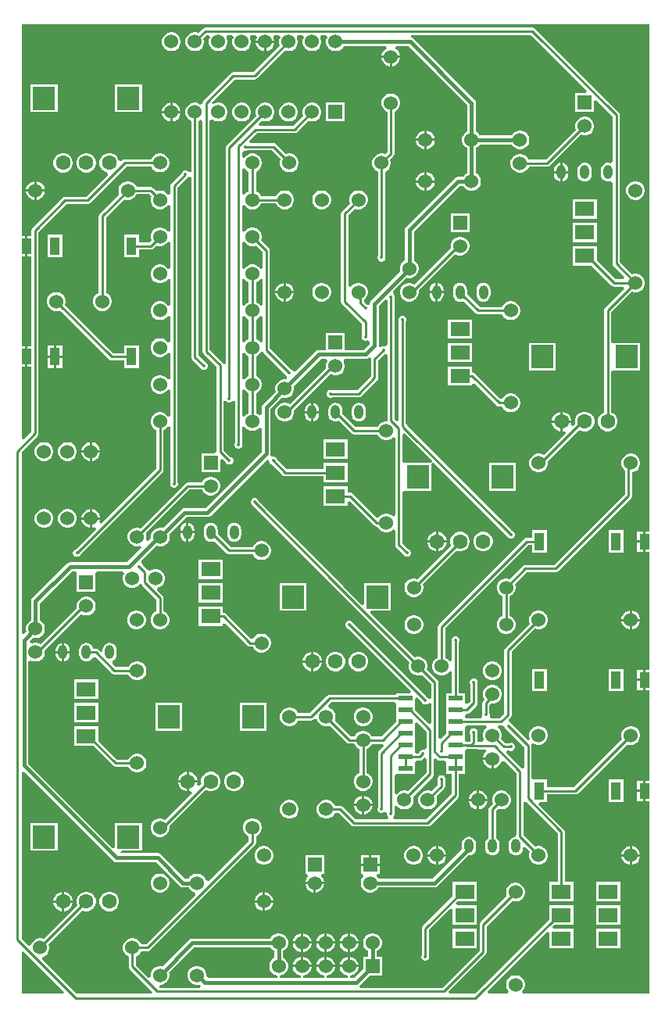
<source format=gbl>
G04*
G04 #@! TF.GenerationSoftware,Altium Limited,Altium Designer,25.8.1 (18)*
G04*
G04 Layer_Physical_Order=2*
G04 Layer_Color=16711680*
%FSLAX44Y44*%
%MOMM*%
G71*
G04*
G04 #@! TF.SameCoordinates,F1EE7967-946D-41B3-A8E5-45C9097F8446*
G04*
G04*
G04 #@! TF.FilePolarity,Positive*
G04*
G01*
G75*
%ADD10C,0.2540*%
%ADD21C,0.4500*%
%ADD22O,1.0000X1.5240*%
%ADD23C,1.5240*%
%ADD24R,1.5240X1.5240*%
%ADD25R,1.1000X1.7000*%
%ADD26R,1.1000X1.9000*%
%ADD27R,2.1000X1.6000*%
%ADD28C,1.6000*%
%ADD29R,2.4000X2.5000*%
%ADD30C,0.3500*%
%ADD31R,1.5500X0.6000*%
G36*
X341158Y1046205D02*
X340532Y1045122D01*
X339840Y1042538D01*
Y1039862D01*
X340532Y1037278D01*
X341870Y1034962D01*
X343762Y1033070D01*
X346078Y1031732D01*
X348662Y1031040D01*
X351338D01*
X353922Y1031732D01*
X356238Y1033070D01*
X358130Y1034962D01*
X359045Y1036546D01*
X404599D01*
X405279Y1034006D01*
X403762Y1033130D01*
X401870Y1031238D01*
X400532Y1028922D01*
X399840Y1026338D01*
Y1026270D01*
X410000D01*
X420160D01*
Y1026338D01*
X419468Y1028922D01*
X418130Y1031238D01*
X416238Y1033130D01*
X414721Y1034006D01*
X415401Y1036546D01*
X429047D01*
X492616Y972977D01*
Y943912D01*
X491262Y943130D01*
X489370Y941238D01*
X488032Y938922D01*
X487340Y936338D01*
Y933662D01*
X488032Y931078D01*
X489370Y928762D01*
X491262Y926870D01*
X492616Y926088D01*
Y898912D01*
X491262Y898130D01*
X489370Y896238D01*
X488588Y894884D01*
X482500D01*
X480631Y894512D01*
X479047Y893453D01*
X426547Y840953D01*
X425488Y839369D01*
X425116Y837500D01*
Y804312D01*
X423762Y803530D01*
X421870Y801638D01*
X420532Y799322D01*
X419840Y796738D01*
Y794062D01*
X420245Y792552D01*
X388661Y760967D01*
X387602Y759383D01*
X387230Y757514D01*
Y757429D01*
X385862Y756660D01*
X384690Y756236D01*
X383951Y756542D01*
X381241Y759253D01*
X381238Y761870D01*
X383130Y763762D01*
X384468Y766078D01*
X385160Y768662D01*
Y771338D01*
X384468Y773922D01*
X383130Y776238D01*
X381238Y778130D01*
X378922Y779468D01*
X376338Y780160D01*
X373662D01*
X371078Y779468D01*
X368762Y778130D01*
X366870Y776238D01*
X366425Y775467D01*
X363885Y776148D01*
Y853391D01*
X371045Y860552D01*
X371078Y860532D01*
X373662Y859840D01*
X376338D01*
X378922Y860532D01*
X381238Y861870D01*
X383130Y863762D01*
X384468Y866078D01*
X385160Y868662D01*
Y871338D01*
X384468Y873922D01*
X383130Y876238D01*
X381238Y878130D01*
X378922Y879468D01*
X376338Y880160D01*
X373662D01*
X371078Y879468D01*
X368762Y878130D01*
X366870Y876238D01*
X365532Y873922D01*
X364840Y871338D01*
Y868662D01*
X365532Y866078D01*
X365551Y866045D01*
X357253Y857747D01*
X356411Y856487D01*
X356115Y855000D01*
Y759831D01*
X356411Y758344D01*
X357253Y757084D01*
X378669Y735668D01*
Y723681D01*
X378264Y722702D01*
Y720995D01*
X378917Y719419D01*
X380123Y718212D01*
X381700Y717559D01*
X383407D01*
X384690Y718090D01*
X386013Y717595D01*
X387230Y716866D01*
Y714137D01*
X380477Y707384D01*
X360160D01*
Y725560D01*
X339840D01*
Y707384D01*
X332100D01*
X330231Y707012D01*
X328647Y705953D01*
X306637Y683943D01*
X303752Y684651D01*
X303637Y684930D01*
X302430Y686137D01*
X301451Y686542D01*
X278885Y709109D01*
Y815000D01*
X278589Y816487D01*
X277747Y817747D01*
X269449Y826045D01*
X269468Y826078D01*
X270160Y828662D01*
Y831338D01*
X269468Y833922D01*
X268130Y836238D01*
X266238Y838130D01*
X263922Y839468D01*
X261338Y840160D01*
X258662D01*
X256078Y839468D01*
X253762Y838130D01*
X251870Y836238D01*
X251425Y835467D01*
X248885Y836148D01*
Y863852D01*
X251425Y864533D01*
X251870Y863762D01*
X253762Y861870D01*
X256078Y860532D01*
X258662Y859840D01*
X261338D01*
X263922Y860532D01*
X266238Y861870D01*
X268130Y863762D01*
X269468Y866078D01*
X269478Y866115D01*
X285522D01*
X285532Y866078D01*
X286870Y863762D01*
X288762Y861870D01*
X291078Y860532D01*
X293662Y859840D01*
X296338D01*
X298922Y860532D01*
X301238Y861870D01*
X303130Y863762D01*
X304468Y866078D01*
X305160Y868662D01*
Y871338D01*
X304468Y873922D01*
X303130Y876238D01*
X301238Y878130D01*
X298922Y879468D01*
X296338Y880160D01*
X293662D01*
X291078Y879468D01*
X288762Y878130D01*
X286870Y876238D01*
X285532Y873922D01*
X285522Y873885D01*
X269478D01*
X269468Y873922D01*
X268130Y876238D01*
X266238Y878130D01*
X263922Y879468D01*
X263885Y879477D01*
Y900523D01*
X263922Y900532D01*
X266238Y901870D01*
X268130Y903762D01*
X269468Y906078D01*
X270160Y908662D01*
Y911338D01*
X269468Y913922D01*
X268130Y916238D01*
X266238Y918130D01*
X263922Y919468D01*
X261338Y920160D01*
X258662D01*
X256078Y919468D01*
X253762Y918130D01*
X251870Y916238D01*
X251425Y915467D01*
X248885Y916148D01*
Y921730D01*
X251425Y923302D01*
X251647Y923210D01*
X253353D01*
X254332Y923615D01*
X280891D01*
X290551Y913955D01*
X290532Y913922D01*
X289840Y911338D01*
Y908662D01*
X290532Y906078D01*
X291870Y903762D01*
X293762Y901870D01*
X296078Y900532D01*
X298662Y899840D01*
X301338D01*
X303922Y900532D01*
X306238Y901870D01*
X308130Y903762D01*
X309468Y906078D01*
X310160Y908662D01*
Y911338D01*
X309468Y913922D01*
X308130Y916238D01*
X306238Y918130D01*
X303922Y919468D01*
X301338Y920160D01*
X298662D01*
X296078Y919468D01*
X296045Y919448D01*
X285247Y930247D01*
X283987Y931089D01*
X282500Y931385D01*
X257607D01*
X256555Y933925D01*
X264932Y942302D01*
X305786D01*
X307273Y942598D01*
X308533Y943440D01*
X320645Y955552D01*
X320678Y955532D01*
X323262Y954840D01*
X325938D01*
X328522Y955532D01*
X330838Y956870D01*
X332730Y958762D01*
X334068Y961078D01*
X334760Y963662D01*
Y966338D01*
X334068Y968922D01*
X332730Y971238D01*
X330838Y973130D01*
X328522Y974468D01*
X325938Y975160D01*
X323262D01*
X320678Y974468D01*
X318362Y973130D01*
X316470Y971238D01*
X315132Y968922D01*
X314440Y966338D01*
Y963662D01*
X315132Y961078D01*
X315152Y961045D01*
X304177Y950071D01*
X267684D01*
X266712Y952418D01*
X269845Y955552D01*
X269878Y955532D01*
X272462Y954840D01*
X275138D01*
X277722Y955532D01*
X280038Y956870D01*
X281930Y958762D01*
X283268Y961078D01*
X283960Y963662D01*
Y966338D01*
X283268Y968922D01*
X281930Y971238D01*
X280038Y973130D01*
X277722Y974468D01*
X275138Y975160D01*
X272462D01*
X269878Y974468D01*
X267562Y973130D01*
X265670Y971238D01*
X264332Y968922D01*
X263640Y966338D01*
Y963662D01*
X264332Y961078D01*
X264352Y961045D01*
X232253Y928947D01*
X231411Y927687D01*
X231115Y926200D01*
Y692592D01*
X228614Y692148D01*
X227772Y693409D01*
X213885Y707296D01*
Y956155D01*
X216425Y957207D01*
X216762Y956870D01*
X219078Y955532D01*
X221662Y954840D01*
X224338D01*
X226922Y955532D01*
X229238Y956870D01*
X231130Y958762D01*
X232468Y961078D01*
X233160Y963662D01*
Y966338D01*
X232468Y968922D01*
X231130Y971238D01*
X229238Y973130D01*
X226922Y974468D01*
X224338Y975160D01*
X221662D01*
X219078Y974468D01*
X217836Y973751D01*
X216277Y975783D01*
X240861Y1000368D01*
X262252D01*
X263739Y1000663D01*
X264999Y1001505D01*
X295245Y1031751D01*
X295278Y1031732D01*
X297862Y1031040D01*
X300538D01*
X303122Y1031732D01*
X305438Y1033070D01*
X307330Y1034962D01*
X308668Y1037278D01*
X309360Y1039862D01*
Y1042538D01*
X308668Y1045122D01*
X308042Y1046205D01*
X309482Y1048745D01*
X314318D01*
X315758Y1046205D01*
X315132Y1045122D01*
X314440Y1042538D01*
Y1039862D01*
X315132Y1037278D01*
X316470Y1034962D01*
X318362Y1033070D01*
X320678Y1031732D01*
X323262Y1031040D01*
X325938D01*
X328522Y1031732D01*
X330838Y1033070D01*
X332730Y1034962D01*
X334068Y1037278D01*
X334760Y1039862D01*
Y1042538D01*
X334068Y1045122D01*
X333442Y1046205D01*
X334882Y1048745D01*
X339718D01*
X341158Y1046205D01*
D02*
G37*
G36*
X690000Y511040D02*
X686070D01*
Y500000D01*
Y488960D01*
X690000D01*
Y361040D01*
X686070D01*
Y350000D01*
Y338960D01*
X690000D01*
Y241040D01*
X686070D01*
Y230000D01*
Y218960D01*
X690000D01*
Y10000D01*
X552856D01*
X551908Y12540D01*
X553130Y13762D01*
X554468Y16078D01*
X555160Y18662D01*
Y21338D01*
X554468Y23922D01*
X553130Y26238D01*
X551238Y28130D01*
X548922Y29468D01*
X546338Y30160D01*
X543662D01*
X541078Y29468D01*
X538762Y28130D01*
X536870Y26238D01*
X535532Y23922D01*
X534840Y21338D01*
Y18662D01*
X535532Y16078D01*
X536870Y13762D01*
X538092Y12540D01*
X537144Y10000D01*
X515512D01*
X514540Y12347D01*
X579213Y77020D01*
X581560Y76048D01*
Y59460D01*
X607640D01*
Y80540D01*
X586052D01*
X585080Y82887D01*
X587054Y84860D01*
X607640D01*
Y105940D01*
X581560D01*
Y90354D01*
X501206Y10000D01*
X473812D01*
X472840Y12347D01*
X512747Y52253D01*
X513589Y53513D01*
X513885Y55000D01*
Y83391D01*
X541045Y110552D01*
X541078Y110532D01*
X543662Y109840D01*
X546338D01*
X548922Y110532D01*
X551238Y111870D01*
X553130Y113762D01*
X554468Y116078D01*
X555160Y118662D01*
Y121338D01*
X554468Y123922D01*
X553130Y126238D01*
X551238Y128130D01*
X548922Y129468D01*
X546338Y130160D01*
X543662D01*
X541078Y129468D01*
X538762Y128130D01*
X536870Y126238D01*
X535532Y123922D01*
X534840Y121338D01*
Y118662D01*
X535532Y116078D01*
X535551Y116045D01*
X507253Y87747D01*
X506411Y86487D01*
X506115Y85000D01*
Y56609D01*
X465891Y16385D01*
X376541D01*
X375771Y18925D01*
X375953Y19047D01*
X386747Y29840D01*
X400160D01*
Y50160D01*
X394884D01*
Y56488D01*
X396238Y57270D01*
X398130Y59162D01*
X399468Y61478D01*
X400160Y64062D01*
Y66738D01*
X399468Y69322D01*
X398130Y71638D01*
X396238Y73530D01*
X393922Y74868D01*
X391338Y75560D01*
X388662D01*
X386078Y74868D01*
X383762Y73530D01*
X381870Y71638D01*
X380532Y69322D01*
X379840Y66738D01*
Y64062D01*
X380532Y61478D01*
X381870Y59162D01*
X383762Y57270D01*
X385116Y56488D01*
Y50160D01*
X379840D01*
Y36747D01*
X370477Y27384D01*
X366140D01*
X365938Y29840D01*
X368522Y30532D01*
X370838Y31870D01*
X372730Y33762D01*
X374068Y36078D01*
X374760Y38662D01*
Y38730D01*
X364600D01*
X354440D01*
Y38662D01*
X355132Y36078D01*
X356470Y33762D01*
X358362Y31870D01*
X360678Y30532D01*
X363262Y29840D01*
X363060Y27384D01*
X340740D01*
X340538Y29840D01*
X343122Y30532D01*
X345438Y31870D01*
X347330Y33762D01*
X348668Y36078D01*
X349360Y38662D01*
Y38730D01*
X339200D01*
Y40000D01*
D01*
Y38730D01*
X329040D01*
Y38662D01*
X329732Y36078D01*
X331070Y33762D01*
X332962Y31870D01*
X335278Y30532D01*
X337862Y29840D01*
X337660Y27384D01*
X315340D01*
X315138Y29840D01*
X317722Y30532D01*
X320038Y31870D01*
X321930Y33762D01*
X323268Y36078D01*
X323960Y38662D01*
Y38730D01*
X313800D01*
X303640D01*
Y38662D01*
X304332Y36078D01*
X305670Y33762D01*
X307562Y31870D01*
X309878Y30532D01*
X312462Y29840D01*
X312260Y27384D01*
X289940D01*
X289738Y29840D01*
X292322Y30532D01*
X294638Y31870D01*
X296530Y33762D01*
X297868Y36078D01*
X298560Y38662D01*
Y41338D01*
X297868Y43922D01*
X296530Y46238D01*
X294638Y48130D01*
X293284Y48912D01*
Y56488D01*
X294638Y57270D01*
X296530Y59162D01*
X297868Y61478D01*
X298560Y64062D01*
Y66738D01*
X297868Y69322D01*
X296530Y71638D01*
X294638Y73530D01*
X292322Y74868D01*
X289738Y75560D01*
X287062D01*
X284478Y74868D01*
X282162Y73530D01*
X280270Y71638D01*
X279257Y69884D01*
X195000D01*
X193131Y69512D01*
X191547Y68453D01*
X162848Y39755D01*
X161338Y40160D01*
X158662D01*
X156078Y39468D01*
X153762Y38130D01*
X151870Y36238D01*
X150532Y33922D01*
X149840Y31338D01*
Y28873D01*
X149327Y28439D01*
X147486Y27635D01*
X133885Y41236D01*
Y50522D01*
X133922Y50532D01*
X136238Y51870D01*
X138130Y53762D01*
X139468Y56078D01*
X139478Y56115D01*
X146165D01*
X147651Y56411D01*
X148911Y57253D01*
X262747Y171089D01*
X263589Y172349D01*
X263885Y173836D01*
Y180522D01*
X263922Y180532D01*
X266238Y181870D01*
X268130Y183762D01*
X269468Y186078D01*
X270160Y188662D01*
Y191338D01*
X269468Y193922D01*
X268130Y196238D01*
X266238Y198130D01*
X263922Y199468D01*
X261338Y200160D01*
X258662D01*
X256078Y199468D01*
X253762Y198130D01*
X251870Y196238D01*
X250532Y193922D01*
X249840Y191338D01*
Y188662D01*
X250532Y186078D01*
X251870Y183762D01*
X253762Y181870D01*
X256078Y180532D01*
X256115Y180522D01*
Y175445D01*
X212606Y131935D01*
X209792Y132713D01*
X209468Y133922D01*
X208130Y136238D01*
X206238Y138130D01*
X203922Y139468D01*
X201338Y140160D01*
X198662D01*
X196078Y139468D01*
X193762Y138130D01*
X191870Y136238D01*
X191088Y134884D01*
X187023D01*
X160953Y160953D01*
X159369Y162012D01*
X157500Y162384D01*
X116948D01*
X116924Y162420D01*
X118281Y164960D01*
X140290D01*
Y195040D01*
X111210D01*
Y169016D01*
X108863Y168043D01*
X17384Y259523D01*
Y369811D01*
X19924Y371199D01*
X21078Y370532D01*
X23662Y369840D01*
X26338D01*
X28922Y370532D01*
X31238Y371870D01*
X33130Y373762D01*
X34468Y376078D01*
X35160Y378662D01*
Y381338D01*
X34985Y381991D01*
X74460Y421467D01*
X76078Y420532D01*
X78662Y419840D01*
X81338D01*
X83922Y420532D01*
X86238Y421870D01*
X88130Y423762D01*
X89468Y426078D01*
X90160Y428662D01*
Y431338D01*
X89468Y433922D01*
X88130Y436238D01*
X86238Y438130D01*
X83922Y439468D01*
X81338Y440160D01*
X78662D01*
X76078Y439468D01*
X73762Y438130D01*
X71870Y436238D01*
X70532Y433922D01*
X69840Y431338D01*
Y428662D01*
X70015Y428009D01*
X30540Y388533D01*
X28922Y389468D01*
X26338Y390160D01*
X23662D01*
X21758Y389650D01*
X19810Y390501D01*
X18972Y391184D01*
X18811Y392304D01*
X22152Y395645D01*
X23662Y395240D01*
X26338D01*
X28922Y395932D01*
X31238Y397270D01*
X33130Y399162D01*
X34468Y401478D01*
X35160Y404062D01*
Y406738D01*
X34468Y409322D01*
X33130Y411638D01*
X31238Y413530D01*
X29884Y414312D01*
Y432977D01*
X64523Y467616D01*
X68672D01*
X69840Y465560D01*
X69840Y465076D01*
Y445240D01*
X90160D01*
Y465076D01*
X90160Y465560D01*
X91328Y467616D01*
X119411D01*
X120799Y465076D01*
X120132Y463922D01*
X119440Y461338D01*
Y458662D01*
X120132Y456078D01*
X121470Y453762D01*
X123362Y451870D01*
X125678Y450532D01*
X128262Y449840D01*
X130938D01*
X133522Y450532D01*
X135838Y451870D01*
X137450Y453482D01*
X138455Y453600D01*
X138541Y453595D01*
X140352Y453223D01*
X140823Y452519D01*
X156115Y437226D01*
Y424478D01*
X156078Y424468D01*
X153762Y423130D01*
X151870Y421238D01*
X150532Y418922D01*
X149840Y416338D01*
Y413662D01*
X150532Y411078D01*
X151870Y408762D01*
X153762Y406870D01*
X156078Y405532D01*
X158662Y404840D01*
X161338D01*
X163922Y405532D01*
X166238Y406870D01*
X168130Y408762D01*
X169468Y411078D01*
X170160Y413662D01*
Y416338D01*
X169468Y418922D01*
X168130Y421238D01*
X166238Y423130D01*
X163922Y424468D01*
X163885Y424478D01*
Y438835D01*
X163589Y440322D01*
X162747Y441582D01*
X156935Y447394D01*
X157713Y450209D01*
X158922Y450532D01*
X161238Y451870D01*
X163130Y453762D01*
X164468Y456078D01*
X165160Y458662D01*
Y461338D01*
X164468Y463922D01*
X163130Y466238D01*
X161238Y468130D01*
X158922Y469468D01*
X156338Y470160D01*
X153662D01*
X151078Y469468D01*
X149539Y468579D01*
X148433Y468271D01*
X146317Y469177D01*
X141542Y473951D01*
X141137Y474930D01*
X139930Y476137D01*
X139434Y479092D01*
X156096Y495753D01*
X156478Y495532D01*
X159062Y494840D01*
X161738D01*
X164322Y495532D01*
X166638Y496870D01*
X168530Y498762D01*
X169868Y501078D01*
X170560Y503662D01*
Y506338D01*
X170155Y507848D01*
X188771Y526464D01*
X211348D01*
X213217Y526836D01*
X214801Y527894D01*
X275863Y588957D01*
X276317Y588840D01*
X278210Y587711D01*
Y586647D01*
X278863Y585070D01*
X280070Y583863D01*
X281049Y583458D01*
X292653Y571853D01*
X293913Y571011D01*
X295400Y570715D01*
X336960D01*
Y564060D01*
X363040D01*
Y585140D01*
X336960D01*
Y578485D01*
X297009D01*
X286542Y588951D01*
X286137Y589930D01*
X284930Y591137D01*
X283353Y591790D01*
X281647D01*
X281637Y591786D01*
X280818Y592305D01*
X279626Y593702D01*
X279884Y595000D01*
Y643377D01*
X292152Y655645D01*
X293662Y655240D01*
X296338D01*
X298922Y655932D01*
X301238Y657270D01*
X303130Y659162D01*
X304468Y661478D01*
X305160Y664062D01*
Y666738D01*
X304755Y668248D01*
X334123Y697616D01*
X339811D01*
X341199Y695076D01*
X340532Y693922D01*
X339840Y691338D01*
Y688662D01*
X340015Y688009D01*
X300540Y648533D01*
X298922Y649468D01*
X296338Y650160D01*
X293662D01*
X291078Y649468D01*
X288762Y648130D01*
X286870Y646238D01*
X285532Y643922D01*
X284840Y641338D01*
Y638662D01*
X285532Y636078D01*
X286870Y633762D01*
X288762Y631870D01*
X291078Y630532D01*
X293662Y629840D01*
X296338D01*
X298922Y630532D01*
X301238Y631870D01*
X303130Y633762D01*
X304468Y636078D01*
X305160Y638662D01*
Y641338D01*
X304985Y641991D01*
X344460Y681467D01*
X346078Y680532D01*
X348662Y679840D01*
X351338D01*
X353922Y680532D01*
X356238Y681870D01*
X358130Y683762D01*
X359468Y686078D01*
X360160Y688662D01*
Y691338D01*
X359468Y693922D01*
X358801Y695076D01*
X360189Y697616D01*
X382500D01*
X384369Y697988D01*
X385953Y699047D01*
X386482Y699575D01*
X388768Y698270D01*
X388615Y697500D01*
Y679109D01*
X373391Y663885D01*
X346832D01*
X345853Y664290D01*
X344147D01*
X342570Y663637D01*
X341363Y662430D01*
X340710Y660853D01*
Y659147D01*
X341363Y657570D01*
X342570Y656363D01*
X344147Y655710D01*
X345853D01*
X346832Y656115D01*
X375000D01*
X376487Y656411D01*
X377747Y657253D01*
X395247Y674753D01*
X396089Y676013D01*
X396385Y677500D01*
Y695891D01*
X403575Y703082D01*
X404724Y702841D01*
X406115Y701730D01*
Y631165D01*
X405291Y630160D01*
X403662D01*
X401078Y629468D01*
X398762Y628130D01*
X396870Y626238D01*
X395532Y623922D01*
X395522Y623885D01*
X371609D01*
X357605Y637889D01*
Y642620D01*
X357346Y644588D01*
X356586Y646423D01*
X355378Y647998D01*
X353802Y649206D01*
X351968Y649966D01*
X350000Y650225D01*
X348032Y649966D01*
X346198Y649206D01*
X344622Y647998D01*
X343414Y646423D01*
X342654Y644588D01*
X342395Y642620D01*
Y637380D01*
X342654Y635412D01*
X343414Y633577D01*
X344622Y632002D01*
X346198Y630794D01*
X348032Y630034D01*
X350000Y629775D01*
X351968Y630034D01*
X353739Y630767D01*
X367253Y617253D01*
X368513Y616411D01*
X370000Y616115D01*
X395522D01*
X395532Y616078D01*
X396870Y613762D01*
X398762Y611870D01*
X401078Y610532D01*
X403662Y609840D01*
X406338D01*
X408922Y610532D01*
X411238Y611870D01*
X412325Y612957D01*
X414865Y611905D01*
Y528095D01*
X412325Y527043D01*
X411238Y528130D01*
X408922Y529468D01*
X406338Y530160D01*
X403662D01*
X401078Y529468D01*
X398762Y528130D01*
X396870Y526238D01*
X394560Y525934D01*
X368547Y551947D01*
X367287Y552789D01*
X365800Y553085D01*
X363040D01*
Y559740D01*
X336960D01*
Y538660D01*
X363040D01*
Y542874D01*
X365580Y543926D01*
X392253Y517253D01*
X393513Y516411D01*
X395000Y516115D01*
X395522D01*
X395532Y516078D01*
X396870Y513762D01*
X398762Y511870D01*
X401078Y510532D01*
X403662Y509840D01*
X406338D01*
X408922Y510532D01*
X411238Y511870D01*
X412325Y512957D01*
X414865Y511905D01*
Y496250D01*
X415161Y494763D01*
X416003Y493503D01*
X423458Y486049D01*
X423863Y485070D01*
X425070Y483863D01*
X426647Y483210D01*
X428353D01*
X429930Y483863D01*
X431137Y485070D01*
X431790Y486647D01*
Y488353D01*
X431137Y489930D01*
X429930Y491137D01*
X428951Y491542D01*
X422635Y497859D01*
Y553838D01*
X424710Y554960D01*
X425175Y554960D01*
X453790D01*
Y584624D01*
X455880Y586126D01*
X535958Y506049D01*
X536363Y505070D01*
X537570Y503863D01*
X539147Y503210D01*
X540853D01*
X542430Y503863D01*
X543637Y505070D01*
X544290Y506647D01*
Y508353D01*
X543637Y509930D01*
X542430Y511137D01*
X541451Y511542D01*
X427526Y625468D01*
X427419Y626005D01*
X426577Y627266D01*
X426385Y627458D01*
Y738168D01*
X426790Y739147D01*
Y740853D01*
X426137Y742430D01*
X424930Y743637D01*
X423353Y744290D01*
X421647D01*
X420070Y743637D01*
X418863Y742430D01*
X418210Y740853D01*
Y739147D01*
X418615Y738168D01*
Y631362D01*
X416269Y630390D01*
X413885Y632774D01*
Y763168D01*
X414290Y764147D01*
Y765853D01*
X413637Y767430D01*
X413083Y767984D01*
X412680Y770635D01*
X412757Y771251D01*
X427152Y785645D01*
X428662Y785240D01*
X431338D01*
X433922Y785932D01*
X436238Y787270D01*
X438130Y789162D01*
X439468Y791478D01*
X440160Y794062D01*
Y796738D01*
X439468Y799322D01*
X438130Y801638D01*
X436238Y803530D01*
X434884Y804312D01*
Y835477D01*
X484523Y885116D01*
X488588D01*
X489370Y883762D01*
X491262Y881870D01*
X493578Y880532D01*
X496162Y879840D01*
X498838D01*
X501422Y880532D01*
X503738Y881870D01*
X505630Y883762D01*
X506968Y886078D01*
X507660Y888662D01*
Y891338D01*
X506968Y893922D01*
X505630Y896238D01*
X503738Y898130D01*
X502384Y898912D01*
Y926088D01*
X503738Y926870D01*
X505630Y928762D01*
X506412Y930116D01*
X541088D01*
X541870Y928762D01*
X543762Y926870D01*
X546078Y925532D01*
X548662Y924840D01*
X551338D01*
X553922Y925532D01*
X556238Y926870D01*
X558130Y928762D01*
X559468Y931078D01*
X560160Y933662D01*
Y936338D01*
X559468Y938922D01*
X558130Y941238D01*
X556238Y943130D01*
X553922Y944468D01*
X551338Y945160D01*
X548662D01*
X546078Y944468D01*
X543762Y943130D01*
X541870Y941238D01*
X541088Y939884D01*
X506412D01*
X505630Y941238D01*
X503738Y943130D01*
X502384Y943912D01*
Y975000D01*
X502012Y976869D01*
X500953Y978453D01*
X434523Y1044883D01*
X432939Y1045942D01*
X431615Y1046205D01*
X431866Y1048745D01*
X561789D01*
X622628Y987907D01*
X621656Y985560D01*
X609840D01*
Y965240D01*
X630160D01*
Y977056D01*
X632507Y978028D01*
X650325Y960209D01*
Y911402D01*
X647785Y909793D01*
X647368Y909966D01*
X645400Y910225D01*
X643432Y909966D01*
X641598Y909206D01*
X640022Y907998D01*
X638814Y906423D01*
X638054Y904588D01*
X637795Y902620D01*
Y897380D01*
X638054Y895412D01*
X638814Y893577D01*
X640022Y892002D01*
X641598Y890794D01*
X643432Y890034D01*
X645400Y889775D01*
X647368Y890034D01*
X647785Y890207D01*
X650325Y888598D01*
Y800790D01*
X650621Y799303D01*
X651463Y798043D01*
X663082Y786425D01*
X662029Y783885D01*
X653309D01*
X633040Y804154D01*
Y819740D01*
X606960D01*
Y798660D01*
X627546D01*
X648953Y777253D01*
X650213Y776411D01*
X651700Y776115D01*
X662029D01*
X663082Y773575D01*
X642253Y752747D01*
X641411Y751487D01*
X641115Y750000D01*
Y639871D01*
X640932Y639822D01*
X638528Y638434D01*
X636566Y636472D01*
X635178Y634068D01*
X634460Y631388D01*
Y628612D01*
X635178Y625932D01*
X636566Y623528D01*
X638528Y621566D01*
X640932Y620178D01*
X643612Y619460D01*
X646388D01*
X649068Y620178D01*
X651472Y621566D01*
X653434Y623528D01*
X654822Y625932D01*
X655540Y628612D01*
Y631388D01*
X654822Y634068D01*
X653434Y636472D01*
X651472Y638434D01*
X649068Y639822D01*
X648885Y639871D01*
Y684442D01*
X651210Y684960D01*
X651425Y684960D01*
X680290D01*
Y715040D01*
X651425D01*
X651210Y715040D01*
X648885Y715558D01*
Y748391D01*
X671045Y770552D01*
X671078Y770532D01*
X673662Y769840D01*
X676338D01*
X678922Y770532D01*
X681238Y771870D01*
X683130Y773762D01*
X684468Y776078D01*
X685160Y778662D01*
Y781338D01*
X684468Y783922D01*
X683130Y786238D01*
X681238Y788130D01*
X678922Y789468D01*
X676338Y790160D01*
X673662D01*
X671078Y789468D01*
X671045Y789448D01*
X658095Y802399D01*
Y961818D01*
X657799Y963305D01*
X656957Y964565D01*
X566145Y1055377D01*
X564885Y1056219D01*
X563398Y1056515D01*
X209030D01*
X207543Y1056219D01*
X206283Y1055377D01*
X201555Y1050648D01*
X201522Y1050668D01*
X198938Y1051360D01*
X196262D01*
X193678Y1050668D01*
X191362Y1049330D01*
X189470Y1047438D01*
X188132Y1045122D01*
X187440Y1042538D01*
Y1039862D01*
X188132Y1037278D01*
X189470Y1034962D01*
X191362Y1033070D01*
X193678Y1031732D01*
X196262Y1031040D01*
X198938D01*
X201522Y1031732D01*
X203838Y1033070D01*
X205730Y1034962D01*
X207068Y1037278D01*
X207760Y1039862D01*
Y1042538D01*
X207068Y1045122D01*
X207048Y1045155D01*
X210385Y1048492D01*
X212985Y1048276D01*
X214158Y1046205D01*
X213532Y1045122D01*
X212840Y1042538D01*
Y1039862D01*
X213532Y1037278D01*
X214870Y1034962D01*
X216762Y1033070D01*
X219078Y1031732D01*
X221662Y1031040D01*
X224338D01*
X226922Y1031732D01*
X229238Y1033070D01*
X231130Y1034962D01*
X232468Y1037278D01*
X233160Y1039862D01*
Y1042538D01*
X232468Y1045122D01*
X231842Y1046205D01*
X233282Y1048745D01*
X238118D01*
X239558Y1046205D01*
X238932Y1045122D01*
X238240Y1042538D01*
Y1039862D01*
X238932Y1037278D01*
X240270Y1034962D01*
X242162Y1033070D01*
X244478Y1031732D01*
X247062Y1031040D01*
X249738D01*
X252322Y1031732D01*
X254638Y1033070D01*
X256530Y1034962D01*
X257868Y1037278D01*
X258560Y1039862D01*
Y1042538D01*
X257868Y1045122D01*
X257242Y1046205D01*
X258682Y1048745D01*
X263518D01*
X264958Y1046205D01*
X264332Y1045122D01*
X263640Y1042538D01*
Y1042470D01*
X273800D01*
X283960D01*
Y1042538D01*
X283268Y1045122D01*
X282642Y1046205D01*
X284082Y1048745D01*
X288918D01*
X290358Y1046205D01*
X289732Y1045122D01*
X289040Y1042538D01*
Y1039862D01*
X289732Y1037278D01*
X289751Y1037245D01*
X260643Y1008137D01*
X239252D01*
X237766Y1007841D01*
X236505Y1006999D01*
X207253Y977747D01*
X206411Y976487D01*
X206115Y975000D01*
Y974445D01*
X204630Y973587D01*
X203575Y973282D01*
X201522Y974468D01*
X198938Y975160D01*
X196262D01*
X193678Y974468D01*
X191362Y973130D01*
X189470Y971238D01*
X188132Y968922D01*
X187440Y966338D01*
Y963662D01*
X188132Y961078D01*
X189470Y958762D01*
X191362Y956870D01*
X193678Y955532D01*
X193715Y955523D01*
Y900342D01*
X191175Y899837D01*
X191137Y899930D01*
X189930Y901137D01*
X188353Y901790D01*
X186647D01*
X185070Y901137D01*
X183863Y899930D01*
X183458Y898951D01*
X172253Y887747D01*
X171411Y886487D01*
X171115Y885000D01*
Y876148D01*
X168575Y875467D01*
X168130Y876238D01*
X166238Y878130D01*
X163922Y879468D01*
X161338Y880160D01*
X158662D01*
X156078Y879468D01*
X156045Y879448D01*
X152747Y882747D01*
X151487Y883589D01*
X150000Y883885D01*
X134478D01*
X134468Y883922D01*
X133130Y886238D01*
X131238Y888130D01*
X128922Y889468D01*
X126338Y890160D01*
X123662D01*
X121078Y889468D01*
X118762Y888130D01*
X116870Y886238D01*
X115532Y883922D01*
X114840Y881338D01*
Y878662D01*
X115532Y876078D01*
X115552Y876045D01*
X94753Y855247D01*
X93911Y853987D01*
X93615Y852500D01*
Y769477D01*
X93578Y769468D01*
X91262Y768130D01*
X89370Y766238D01*
X88032Y763922D01*
X87340Y761338D01*
Y758662D01*
X88032Y756078D01*
X89370Y753762D01*
X91262Y751870D01*
X93578Y750532D01*
X96162Y749840D01*
X98838D01*
X101422Y750532D01*
X103738Y751870D01*
X105630Y753762D01*
X106968Y756078D01*
X107660Y758662D01*
Y761338D01*
X106968Y763922D01*
X105630Y766238D01*
X103738Y768130D01*
X101422Y769468D01*
X101385Y769477D01*
Y850891D01*
X121045Y870552D01*
X121078Y870532D01*
X123662Y869840D01*
X126338D01*
X128922Y870532D01*
X131238Y871870D01*
X133130Y873762D01*
X134468Y876078D01*
X134478Y876115D01*
X148391D01*
X150552Y873955D01*
X150532Y873922D01*
X149840Y871338D01*
Y868662D01*
X150532Y866078D01*
X151870Y863762D01*
X153762Y861870D01*
X156078Y860532D01*
X158662Y859840D01*
X161338D01*
X163922Y860532D01*
X166238Y861870D01*
X168130Y863762D01*
X168575Y864533D01*
X171115Y863852D01*
Y836148D01*
X168575Y835467D01*
X168130Y836238D01*
X166238Y838130D01*
X163922Y839468D01*
X161338Y840160D01*
X158662D01*
X156078Y839468D01*
X153762Y838130D01*
X151870Y836238D01*
X150532Y833922D01*
X149840Y831338D01*
Y828662D01*
X150532Y826078D01*
X150552Y826045D01*
X148391Y823885D01*
X137240D01*
Y832040D01*
X121160D01*
Y807960D01*
X137240D01*
Y816115D01*
X150000D01*
X151487Y816411D01*
X152747Y817253D01*
X156045Y820552D01*
X156078Y820532D01*
X158662Y819840D01*
X161338D01*
X163922Y820532D01*
X166238Y821870D01*
X168130Y823762D01*
X168575Y824533D01*
X171115Y823852D01*
Y796148D01*
X168575Y795467D01*
X168130Y796238D01*
X166238Y798130D01*
X163922Y799468D01*
X161338Y800160D01*
X158662D01*
X156078Y799468D01*
X153762Y798130D01*
X151870Y796238D01*
X150532Y793922D01*
X149840Y791338D01*
Y788662D01*
X150532Y786078D01*
X151870Y783762D01*
X153762Y781870D01*
X156078Y780532D01*
X158662Y779840D01*
X161338D01*
X163922Y780532D01*
X166238Y781870D01*
X168130Y783762D01*
X168575Y784533D01*
X171115Y783852D01*
Y756148D01*
X168575Y755467D01*
X168130Y756238D01*
X166238Y758130D01*
X163922Y759468D01*
X161338Y760160D01*
X158662D01*
X156078Y759468D01*
X153762Y758130D01*
X151870Y756238D01*
X150532Y753922D01*
X149840Y751338D01*
Y748662D01*
X150532Y746078D01*
X151870Y743762D01*
X153762Y741870D01*
X156078Y740532D01*
X158662Y739840D01*
X161338D01*
X163922Y740532D01*
X166238Y741870D01*
X168130Y743762D01*
X168575Y744533D01*
X171115Y743852D01*
Y716148D01*
X168575Y715467D01*
X168130Y716238D01*
X166238Y718130D01*
X163922Y719468D01*
X161338Y720160D01*
X158662D01*
X156078Y719468D01*
X153762Y718130D01*
X151870Y716238D01*
X150532Y713922D01*
X149840Y711338D01*
Y708662D01*
X150532Y706078D01*
X151870Y703762D01*
X153762Y701870D01*
X156078Y700532D01*
X158662Y699840D01*
X161338D01*
X163922Y700532D01*
X166238Y701870D01*
X168130Y703762D01*
X168575Y704533D01*
X171115Y703852D01*
Y676148D01*
X168575Y675467D01*
X168130Y676238D01*
X166238Y678130D01*
X163922Y679468D01*
X161338Y680160D01*
X158662D01*
X156078Y679468D01*
X153762Y678130D01*
X151870Y676238D01*
X150532Y673922D01*
X149840Y671338D01*
Y668662D01*
X150532Y666078D01*
X151870Y663762D01*
X153762Y661870D01*
X156078Y660532D01*
X158662Y659840D01*
X161338D01*
X163922Y660532D01*
X166238Y661870D01*
X168130Y663762D01*
X168575Y664533D01*
X171115Y663852D01*
Y636148D01*
X168575Y635467D01*
X168130Y636238D01*
X166238Y638130D01*
X163922Y639468D01*
X161338Y640160D01*
X158662D01*
X156078Y639468D01*
X153762Y638130D01*
X151870Y636238D01*
X150532Y633922D01*
X149840Y631338D01*
Y628662D01*
X150532Y626078D01*
X151870Y623762D01*
X153762Y621870D01*
X156078Y620532D01*
X156115Y620522D01*
Y579109D01*
X96466Y519460D01*
X94433Y521019D01*
X94468Y521078D01*
X95160Y523662D01*
Y523730D01*
X86270D01*
Y514840D01*
X86338D01*
X88922Y515532D01*
X88981Y515567D01*
X90541Y513534D01*
X68548Y491542D01*
X67570Y491137D01*
X66363Y489930D01*
X65710Y488353D01*
Y486647D01*
X66363Y485070D01*
X67570Y483863D01*
X69147Y483210D01*
X70853D01*
X72430Y483863D01*
X73637Y485070D01*
X74042Y486049D01*
X162747Y574753D01*
X163589Y576013D01*
X163885Y577500D01*
Y620522D01*
X163922Y620532D01*
X166238Y621870D01*
X168130Y623762D01*
X168575Y624533D01*
X171115Y623852D01*
Y564332D01*
X170710Y563353D01*
Y561647D01*
X171363Y560070D01*
X172570Y558863D01*
X174147Y558210D01*
X175853D01*
X177430Y558863D01*
X178637Y560070D01*
X179290Y561647D01*
Y563353D01*
X178885Y564332D01*
Y883391D01*
X188951Y893458D01*
X189930Y893863D01*
X191137Y895070D01*
X191175Y895163D01*
X193715Y894658D01*
Y699900D01*
X194011Y698413D01*
X194853Y697153D01*
X203458Y688549D01*
X203863Y687570D01*
X205070Y686363D01*
X206647Y685710D01*
X208353D01*
X209930Y686363D01*
X211137Y687570D01*
X211790Y689147D01*
Y690853D01*
X211137Y692430D01*
X209930Y693637D01*
X208951Y694042D01*
X201485Y701509D01*
Y955523D01*
X201522Y955532D01*
X203575Y956718D01*
X204630Y956413D01*
X206115Y955555D01*
Y705687D01*
X206411Y704200D01*
X207253Y702940D01*
X221140Y689053D01*
Y597475D01*
X218931Y595560D01*
X204840D01*
Y575240D01*
X225160D01*
Y588528D01*
X227507Y589500D01*
X230958Y586049D01*
X231363Y585070D01*
X232570Y583863D01*
X234147Y583210D01*
X235853D01*
X237430Y583863D01*
X238637Y585070D01*
X239290Y586647D01*
Y588353D01*
X238637Y589930D01*
X237430Y591137D01*
X236451Y591542D01*
X228909Y599084D01*
Y651856D01*
X230990Y652461D01*
X231450Y652484D01*
X232570Y651363D01*
X234147Y650710D01*
X235853D01*
X237430Y651363D01*
X238575Y652508D01*
X238914Y652497D01*
X241115Y651916D01*
Y606832D01*
X240710Y605853D01*
Y604147D01*
X241363Y602570D01*
X242570Y601363D01*
X244147Y600710D01*
X245853D01*
X247430Y601363D01*
X248637Y602570D01*
X249290Y604147D01*
Y605853D01*
X248885Y606832D01*
Y623852D01*
X251425Y624533D01*
X251870Y623762D01*
X253762Y621870D01*
X256078Y620532D01*
X258662Y619840D01*
X261338D01*
X263922Y620532D01*
X266238Y621870D01*
X267576Y623208D01*
X269882Y622497D01*
X270116Y622328D01*
Y597023D01*
X209325Y536232D01*
X186748D01*
X184879Y535860D01*
X183294Y534801D01*
X163248Y514755D01*
X161738Y515160D01*
X159062D01*
X156478Y514468D01*
X154162Y513130D01*
X152270Y511238D01*
X150932Y508922D01*
X150240Y506338D01*
Y503711D01*
X146826Y500298D01*
X144633Y501697D01*
X145160Y503662D01*
Y506338D01*
X144468Y508922D01*
X144448Y508955D01*
X191609Y556115D01*
X205522D01*
X205532Y556078D01*
X206870Y553762D01*
X208762Y551870D01*
X211078Y550532D01*
X213662Y549840D01*
X216338D01*
X218922Y550532D01*
X221238Y551870D01*
X223130Y553762D01*
X224468Y556078D01*
X225160Y558662D01*
Y561338D01*
X224468Y563922D01*
X223130Y566238D01*
X221238Y568130D01*
X218922Y569468D01*
X216338Y570160D01*
X213662D01*
X211078Y569468D01*
X208762Y568130D01*
X206870Y566238D01*
X205532Y563922D01*
X205522Y563885D01*
X190000D01*
X188513Y563589D01*
X187253Y562747D01*
X138955Y514449D01*
X138922Y514468D01*
X136338Y515160D01*
X133662D01*
X131078Y514468D01*
X128762Y513130D01*
X126870Y511238D01*
X125532Y508922D01*
X124840Y506338D01*
Y503662D01*
X125532Y501078D01*
X126870Y498762D01*
X128762Y496870D01*
X131078Y495532D01*
X133662Y494840D01*
X136338D01*
X138303Y495367D01*
X139702Y493173D01*
X123913Y477384D01*
X62500D01*
X60631Y477012D01*
X59047Y475953D01*
X21547Y438453D01*
X20488Y436869D01*
X20116Y435000D01*
Y414312D01*
X18762Y413530D01*
X16870Y411638D01*
X15532Y409322D01*
X14840Y406738D01*
Y404062D01*
X15245Y402552D01*
X12347Y399654D01*
X10000Y400625D01*
Y597006D01*
X27257Y614263D01*
X28099Y615523D01*
X28395Y617010D01*
Y835401D01*
X58433Y865439D01*
X81026D01*
X82513Y865735D01*
X83773Y866577D01*
X123311Y906115D01*
X150522D01*
X150532Y906078D01*
X151870Y903762D01*
X153762Y901870D01*
X156078Y900532D01*
X158662Y899840D01*
X161338D01*
X163922Y900532D01*
X166238Y901870D01*
X168130Y903762D01*
X169468Y906078D01*
X170160Y908662D01*
Y911338D01*
X169468Y913922D01*
X168130Y916238D01*
X166238Y918130D01*
X163922Y919468D01*
X161338Y920160D01*
X158662D01*
X156078Y919468D01*
X153762Y918130D01*
X151870Y916238D01*
X150532Y913922D01*
X150522Y913885D01*
X121702D01*
X120215Y913589D01*
X118955Y912747D01*
X117954Y911746D01*
X115215Y912599D01*
X114822Y914068D01*
X113434Y916472D01*
X111472Y918434D01*
X109068Y919822D01*
X106388Y920540D01*
X103612D01*
X100932Y919822D01*
X98528Y918434D01*
X96566Y916472D01*
X95178Y914068D01*
X94460Y911388D01*
Y908612D01*
X95178Y905932D01*
X96566Y903528D01*
X98528Y901566D01*
X100932Y900178D01*
X102401Y899785D01*
X103254Y897046D01*
X79417Y873209D01*
X56824D01*
X55338Y872913D01*
X54077Y872071D01*
X21763Y839757D01*
X20921Y838497D01*
X20625Y837010D01*
Y831040D01*
X16470D01*
Y820000D01*
Y808960D01*
X20625D01*
Y711040D01*
X16470D01*
Y700000D01*
Y688960D01*
X20625D01*
Y618619D01*
X12347Y610340D01*
X10000Y611312D01*
Y688960D01*
X13930D01*
Y700000D01*
Y711040D01*
X10000D01*
Y808960D01*
X13930D01*
Y820000D01*
Y831040D01*
X10000D01*
Y1060000D01*
X690000D01*
Y511040D01*
D02*
G37*
G36*
X251870Y903762D02*
X253762Y901870D01*
X256078Y900532D01*
X256115Y900523D01*
Y879477D01*
X256078Y879468D01*
X253762Y878130D01*
X251870Y876238D01*
X251425Y875467D01*
X248885Y876148D01*
Y903852D01*
X251425Y904533D01*
X251870Y903762D01*
D02*
G37*
G36*
Y823762D02*
X253762Y821870D01*
X256078Y820532D01*
X258662Y819840D01*
X261338D01*
X263922Y820532D01*
X263955Y820552D01*
X271115Y813391D01*
Y796148D01*
X268575Y795467D01*
X268130Y796238D01*
X266238Y798130D01*
X263922Y799468D01*
X261338Y800160D01*
X258662D01*
X256078Y799468D01*
X253762Y798130D01*
X251870Y796238D01*
X251425Y795467D01*
X248885Y796148D01*
Y823852D01*
X251425Y824533D01*
X251870Y823762D01*
D02*
G37*
G36*
Y783762D02*
X253762Y781870D01*
X256078Y780532D01*
X256115Y780523D01*
Y759477D01*
X256078Y759468D01*
X253762Y758130D01*
X251870Y756238D01*
X251425Y755467D01*
X248885Y756148D01*
Y783852D01*
X251425Y784533D01*
X251870Y783762D01*
D02*
G37*
G36*
X271115Y783852D02*
Y756148D01*
X268575Y755467D01*
X268130Y756238D01*
X266238Y758130D01*
X263922Y759468D01*
X263885Y759477D01*
Y780523D01*
X263922Y780532D01*
X266238Y781870D01*
X268130Y783762D01*
X268575Y784533D01*
X271115Y783852D01*
D02*
G37*
G36*
X251870Y743762D02*
X253762Y741870D01*
X256078Y740532D01*
X256115Y740523D01*
Y719477D01*
X256078Y719468D01*
X253762Y718130D01*
X251870Y716238D01*
X251425Y715467D01*
X248885Y716148D01*
Y743852D01*
X251425Y744533D01*
X251870Y743762D01*
D02*
G37*
G36*
X271115Y743852D02*
Y716148D01*
X268575Y715467D01*
X268130Y716238D01*
X266238Y718130D01*
X263922Y719468D01*
X263885Y719477D01*
Y740523D01*
X263922Y740532D01*
X266238Y741870D01*
X268130Y743762D01*
X268575Y744533D01*
X271115Y743852D01*
D02*
G37*
G36*
X406115Y761016D02*
Y713270D01*
X403575Y711698D01*
X403353Y711790D01*
X401647D01*
X400070Y711137D01*
X399225Y710292D01*
X397346Y710873D01*
X396816Y711202D01*
X396998Y712114D01*
Y755491D01*
X403575Y762069D01*
X406115Y761016D01*
D02*
G37*
G36*
X251870Y703762D02*
X253762Y701870D01*
X256078Y700532D01*
X256115Y700523D01*
Y679477D01*
X256078Y679468D01*
X253762Y678130D01*
X251870Y676238D01*
X251425Y675467D01*
X248885Y676148D01*
Y703852D01*
X251425Y704533D01*
X251870Y703762D01*
D02*
G37*
G36*
X271860Y705341D02*
X272253Y704753D01*
X295958Y681049D01*
X296363Y680070D01*
X297570Y678863D01*
X297025Y676401D01*
X296700Y676003D01*
X296016Y675560D01*
X293662D01*
X291078Y674868D01*
X288762Y673530D01*
X286870Y671638D01*
X285532Y669322D01*
X284840Y666738D01*
Y664062D01*
X285245Y662552D01*
X271547Y648853D01*
X270488Y647269D01*
X270116Y645400D01*
Y637672D01*
X269882Y637503D01*
X267576Y636792D01*
X266238Y638130D01*
X263922Y639468D01*
X263885Y639478D01*
Y660523D01*
X263922Y660532D01*
X266238Y661870D01*
X268130Y663762D01*
X269468Y666078D01*
X270160Y668662D01*
Y671338D01*
X269468Y673922D01*
X268130Y676238D01*
X266238Y678130D01*
X263922Y679468D01*
X263885Y679477D01*
Y700523D01*
X263922Y700532D01*
X266238Y701870D01*
X268130Y703762D01*
X269040Y705338D01*
X269556Y705485D01*
X271368Y705493D01*
X271860Y705341D01*
D02*
G37*
G36*
X251870Y663762D02*
X253762Y661870D01*
X256078Y660532D01*
X256115Y660523D01*
Y639478D01*
X256078Y639468D01*
X253762Y638130D01*
X251870Y636238D01*
X251425Y635467D01*
X248885Y636148D01*
Y663852D01*
X251425Y664533D01*
X251870Y663762D01*
D02*
G37*
G36*
X454876Y587130D02*
X453374Y585040D01*
X425175D01*
X424710Y585040D01*
X422635Y586162D01*
Y616053D01*
X424981Y617025D01*
X454876Y587130D01*
D02*
G37*
G36*
X109047Y154047D02*
X110631Y152988D01*
X112500Y152616D01*
X155477D01*
X181547Y126547D01*
X183131Y125488D01*
X185000Y125116D01*
X191088D01*
X191870Y123762D01*
X193762Y121870D01*
X196078Y120532D01*
X197287Y120209D01*
X198065Y117395D01*
X144555Y63885D01*
X139478D01*
X139468Y63922D01*
X138130Y66238D01*
X136238Y68130D01*
X133922Y69468D01*
X131338Y70160D01*
X128662D01*
X126078Y69468D01*
X123762Y68130D01*
X121870Y66238D01*
X120532Y63922D01*
X119840Y61338D01*
Y58662D01*
X120532Y56078D01*
X121870Y53762D01*
X123762Y51870D01*
X126078Y50532D01*
X126115Y50522D01*
Y39627D01*
X126411Y38141D01*
X127253Y36880D01*
X151787Y12347D01*
X150815Y10000D01*
X69329D01*
X31935Y47394D01*
X32713Y50209D01*
X33922Y50532D01*
X36238Y51870D01*
X38130Y53762D01*
X39468Y56078D01*
X40160Y58662D01*
Y61338D01*
X39468Y63922D01*
X39448Y63955D01*
X75767Y100273D01*
X75932Y100178D01*
X78612Y99460D01*
X81388D01*
X84068Y100178D01*
X86472Y101566D01*
X88434Y103528D01*
X89822Y105932D01*
X90540Y108612D01*
Y111388D01*
X89822Y114068D01*
X88434Y116472D01*
X86472Y118434D01*
X84068Y119822D01*
X81388Y120540D01*
X78612D01*
X75932Y119822D01*
X73528Y118434D01*
X71566Y116472D01*
X70178Y114068D01*
X69460Y111388D01*
Y108612D01*
X70178Y105932D01*
X70273Y105767D01*
X33955Y69448D01*
X33922Y69468D01*
X31338Y70160D01*
X28662D01*
X26078Y69468D01*
X23762Y68130D01*
X21870Y66238D01*
X20532Y63922D01*
X20208Y62713D01*
X17394Y61935D01*
X10000Y69329D01*
Y249774D01*
X12347Y250747D01*
X109047Y154047D01*
D02*
G37*
G36*
X280270Y59162D02*
X282162Y57270D01*
X283516Y56488D01*
Y48912D01*
X282162Y48130D01*
X280270Y46238D01*
X278932Y43922D01*
X278240Y41338D01*
Y38662D01*
X278932Y36078D01*
X280270Y33762D01*
X282162Y31870D01*
X284478Y30532D01*
X287062Y29840D01*
X286860Y27384D01*
X212447D01*
X210160Y28662D01*
Y31338D01*
X209468Y33922D01*
X208130Y36238D01*
X206238Y38130D01*
X203922Y39468D01*
X201338Y40160D01*
X198662D01*
X196078Y39468D01*
X193762Y38130D01*
X191870Y36238D01*
X190532Y33922D01*
X189840Y31338D01*
Y28662D01*
X190532Y26078D01*
X191870Y23762D01*
X193762Y21870D01*
X196078Y20532D01*
X198662Y19840D01*
X201338D01*
X202819Y20237D01*
X204236Y18830D01*
X203453Y16385D01*
X159875D01*
X159192Y17300D01*
X160466Y19840D01*
X161338D01*
X163922Y20532D01*
X166238Y21870D01*
X168130Y23762D01*
X169468Y26078D01*
X170160Y28662D01*
Y31338D01*
X169755Y32848D01*
X197023Y60116D01*
X279719D01*
X280270Y59162D01*
D02*
G37*
G36*
X55995Y12347D02*
X55023Y10000D01*
X10000D01*
Y55023D01*
X12347Y55995D01*
X55995Y12347D01*
D02*
G37*
%LPC*%
G36*
X420160Y1023730D02*
X411270D01*
Y1014840D01*
X411338D01*
X413922Y1015532D01*
X416238Y1016870D01*
X418130Y1018762D01*
X419468Y1021078D01*
X420160Y1023662D01*
Y1023730D01*
D02*
G37*
G36*
X408730D02*
X399840D01*
Y1023662D01*
X400532Y1021078D01*
X401870Y1018762D01*
X403762Y1016870D01*
X406078Y1015532D01*
X408662Y1014840D01*
X408730D01*
Y1023730D01*
D02*
G37*
G36*
X360160Y975160D02*
X339840D01*
Y954840D01*
X360160D01*
Y975160D01*
D02*
G37*
G36*
X300538D02*
X297862D01*
X295278Y974468D01*
X292962Y973130D01*
X291070Y971238D01*
X289732Y968922D01*
X289040Y966338D01*
Y963662D01*
X289732Y961078D01*
X291070Y958762D01*
X292962Y956870D01*
X295278Y955532D01*
X297862Y954840D01*
X300538D01*
X303122Y955532D01*
X305438Y956870D01*
X307330Y958762D01*
X308668Y961078D01*
X309360Y963662D01*
Y966338D01*
X308668Y968922D01*
X307330Y971238D01*
X305438Y973130D01*
X303122Y974468D01*
X300538Y975160D01*
D02*
G37*
G36*
X249738D02*
X247062D01*
X244478Y974468D01*
X242162Y973130D01*
X240270Y971238D01*
X238932Y968922D01*
X238240Y966338D01*
Y963662D01*
X238932Y961078D01*
X240270Y958762D01*
X242162Y956870D01*
X244478Y955532D01*
X247062Y954840D01*
X249738D01*
X252322Y955532D01*
X254638Y956870D01*
X256530Y958762D01*
X257868Y961078D01*
X258560Y963662D01*
Y966338D01*
X257868Y968922D01*
X256530Y971238D01*
X254638Y973130D01*
X252322Y974468D01*
X249738Y975160D01*
D02*
G37*
G36*
X448838Y945160D02*
X448770D01*
Y936270D01*
X457660D01*
Y936338D01*
X456968Y938922D01*
X455630Y941238D01*
X453738Y943130D01*
X451422Y944468D01*
X448838Y945160D01*
D02*
G37*
G36*
X446230D02*
X446162D01*
X443578Y944468D01*
X441262Y943130D01*
X439370Y941238D01*
X438032Y938922D01*
X437340Y936338D01*
Y936270D01*
X446230D01*
Y945160D01*
D02*
G37*
G36*
X457660Y933730D02*
X448770D01*
Y924840D01*
X448838D01*
X451422Y925532D01*
X453738Y926870D01*
X455630Y928762D01*
X456968Y931078D01*
X457660Y933662D01*
Y933730D01*
D02*
G37*
G36*
X446230D02*
X437340D01*
Y933662D01*
X438032Y931078D01*
X439370Y928762D01*
X441262Y926870D01*
X443578Y925532D01*
X446162Y924840D01*
X446230D01*
Y933730D01*
D02*
G37*
G36*
X411338Y985160D02*
X408662D01*
X406078Y984468D01*
X403762Y983130D01*
X401870Y981238D01*
X400532Y978922D01*
X399840Y976338D01*
Y973662D01*
X400532Y971078D01*
X401870Y968762D01*
X403762Y966870D01*
X406078Y965532D01*
X406115Y965523D01*
Y921609D01*
X403955Y919448D01*
X403922Y919468D01*
X401338Y920160D01*
X398662D01*
X396078Y919468D01*
X393762Y918130D01*
X391870Y916238D01*
X390532Y913922D01*
X389840Y911338D01*
Y908662D01*
X390532Y906078D01*
X391870Y903762D01*
X393762Y901870D01*
X396078Y900532D01*
X396115Y900523D01*
Y809332D01*
X395710Y808353D01*
Y806647D01*
X396363Y805070D01*
X397570Y803863D01*
X399147Y803210D01*
X400853D01*
X402430Y803863D01*
X403637Y805070D01*
X404290Y806647D01*
Y808353D01*
X403885Y809332D01*
Y900523D01*
X403922Y900532D01*
X406238Y901870D01*
X408130Y903762D01*
X409468Y906078D01*
X410160Y908662D01*
Y911338D01*
X409468Y913922D01*
X409449Y913955D01*
X412747Y917253D01*
X413589Y918513D01*
X413885Y920000D01*
Y965523D01*
X413922Y965532D01*
X416238Y966870D01*
X418130Y968762D01*
X419468Y971078D01*
X420160Y973662D01*
Y976338D01*
X419468Y978922D01*
X418130Y981238D01*
X416238Y983130D01*
X413922Y984468D01*
X411338Y985160D01*
D02*
G37*
G36*
X448838Y900160D02*
X448770D01*
Y891270D01*
X457660D01*
Y891338D01*
X456968Y893922D01*
X455630Y896238D01*
X453738Y898130D01*
X451422Y899468D01*
X448838Y900160D01*
D02*
G37*
G36*
X446230D02*
X446162D01*
X443578Y899468D01*
X441262Y898130D01*
X439370Y896238D01*
X438032Y893922D01*
X437340Y891338D01*
Y891270D01*
X446230D01*
Y900160D01*
D02*
G37*
G36*
X457660Y888730D02*
X448770D01*
Y879840D01*
X448838D01*
X451422Y880532D01*
X453738Y881870D01*
X455630Y883762D01*
X456968Y886078D01*
X457660Y888662D01*
Y888730D01*
D02*
G37*
G36*
X446230D02*
X437340D01*
Y888662D01*
X438032Y886078D01*
X439370Y883762D01*
X441262Y881870D01*
X443578Y880532D01*
X446162Y879840D01*
X446230D01*
Y888730D01*
D02*
G37*
G36*
X336338Y880160D02*
X333662D01*
X331078Y879468D01*
X328762Y878130D01*
X326870Y876238D01*
X325532Y873922D01*
X324840Y871338D01*
Y868662D01*
X325532Y866078D01*
X326870Y863762D01*
X328762Y861870D01*
X331078Y860532D01*
X333662Y859840D01*
X336338D01*
X338922Y860532D01*
X341238Y861870D01*
X343130Y863762D01*
X344468Y866078D01*
X345160Y868662D01*
Y871338D01*
X344468Y873922D01*
X343130Y876238D01*
X341238Y878130D01*
X338922Y879468D01*
X336338Y880160D01*
D02*
G37*
G36*
X296338Y780160D02*
X296270D01*
Y771270D01*
X305160D01*
Y771338D01*
X304468Y773922D01*
X303130Y776238D01*
X301238Y778130D01*
X298922Y779468D01*
X296338Y780160D01*
D02*
G37*
G36*
X293730D02*
X293662D01*
X291078Y779468D01*
X288762Y778130D01*
X286870Y776238D01*
X285532Y773922D01*
X284840Y771338D01*
Y771270D01*
X293730D01*
Y780160D01*
D02*
G37*
G36*
X336338D02*
X333662D01*
X331078Y779468D01*
X328762Y778130D01*
X326870Y776238D01*
X325532Y773922D01*
X324840Y771338D01*
Y768662D01*
X325532Y766078D01*
X326870Y763762D01*
X328762Y761870D01*
X331078Y760532D01*
X333662Y759840D01*
X336338D01*
X338922Y760532D01*
X341238Y761870D01*
X343130Y763762D01*
X344468Y766078D01*
X345160Y768662D01*
Y771338D01*
X344468Y773922D01*
X343130Y776238D01*
X341238Y778130D01*
X338922Y779468D01*
X336338Y780160D01*
D02*
G37*
G36*
X305160Y768730D02*
X296270D01*
Y759840D01*
X296338D01*
X298922Y760532D01*
X301238Y761870D01*
X303130Y763762D01*
X304468Y766078D01*
X305160Y768662D01*
Y768730D01*
D02*
G37*
G36*
X293730D02*
X284840D01*
Y768662D01*
X285532Y766078D01*
X286870Y763762D01*
X288762Y761870D01*
X291078Y760532D01*
X293662Y759840D01*
X293730D01*
Y768730D01*
D02*
G37*
G36*
X283960Y1039930D02*
X275070D01*
Y1031040D01*
X275138D01*
X277722Y1031732D01*
X280038Y1033070D01*
X281930Y1034962D01*
X283268Y1037278D01*
X283960Y1039862D01*
Y1039930D01*
D02*
G37*
G36*
X272530D02*
X263640D01*
Y1039862D01*
X264332Y1037278D01*
X265670Y1034962D01*
X267562Y1033070D01*
X269878Y1031732D01*
X272462Y1031040D01*
X272530D01*
Y1039930D01*
D02*
G37*
G36*
X173538Y1051360D02*
X170862D01*
X168278Y1050668D01*
X165962Y1049330D01*
X164070Y1047438D01*
X162732Y1045122D01*
X162040Y1042538D01*
Y1039862D01*
X162732Y1037278D01*
X164070Y1034962D01*
X165962Y1033070D01*
X168278Y1031732D01*
X170862Y1031040D01*
X173538D01*
X176122Y1031732D01*
X178438Y1033070D01*
X180330Y1034962D01*
X181668Y1037278D01*
X182360Y1039862D01*
Y1042538D01*
X181668Y1045122D01*
X180330Y1047438D01*
X178438Y1049330D01*
X176122Y1050668D01*
X173538Y1051360D01*
D02*
G37*
G36*
Y975160D02*
X173470D01*
Y966270D01*
X182360D01*
Y966338D01*
X181668Y968922D01*
X180330Y971238D01*
X178438Y973130D01*
X176122Y974468D01*
X173538Y975160D01*
D02*
G37*
G36*
X170930D02*
X170862D01*
X168278Y974468D01*
X165962Y973130D01*
X164070Y971238D01*
X162732Y968922D01*
X162040Y966338D01*
Y966270D01*
X170930D01*
Y975160D01*
D02*
G37*
G36*
X140290Y995040D02*
X111210D01*
Y964960D01*
X140290D01*
Y995040D01*
D02*
G37*
G36*
X48790D02*
X19710D01*
Y964960D01*
X48790D01*
Y995040D01*
D02*
G37*
G36*
X182360Y963730D02*
X173470D01*
Y954840D01*
X173538D01*
X176122Y955532D01*
X178438Y956870D01*
X180330Y958762D01*
X181668Y961078D01*
X182360Y963662D01*
Y963730D01*
D02*
G37*
G36*
X170930D02*
X162040D01*
Y963662D01*
X162732Y961078D01*
X164070Y958762D01*
X165962Y956870D01*
X168278Y955532D01*
X170862Y954840D01*
X170930D01*
Y963730D01*
D02*
G37*
G36*
X621338Y960160D02*
X618662D01*
X616078Y959468D01*
X613762Y958130D01*
X611870Y956238D01*
X610532Y953922D01*
X609840Y951338D01*
Y948662D01*
X610532Y946078D01*
X610551Y946045D01*
X577991Y913485D01*
X559478D01*
X559468Y913522D01*
X558130Y915838D01*
X556238Y917730D01*
X553922Y919068D01*
X551338Y919760D01*
X548662D01*
X546078Y919068D01*
X543762Y917730D01*
X541870Y915838D01*
X540532Y913522D01*
X539840Y910938D01*
Y908262D01*
X540532Y905678D01*
X541870Y903362D01*
X543762Y901470D01*
X546078Y900132D01*
X548662Y899440D01*
X551338D01*
X553922Y900132D01*
X556238Y901470D01*
X558130Y903362D01*
X559468Y905678D01*
X559478Y905715D01*
X579600D01*
X581087Y906011D01*
X582347Y906853D01*
X616045Y940552D01*
X616078Y940532D01*
X618662Y939840D01*
X621338D01*
X623922Y940532D01*
X626238Y941870D01*
X628130Y943762D01*
X629468Y946078D01*
X630160Y948662D01*
Y951338D01*
X629468Y953922D01*
X628130Y956238D01*
X626238Y958130D01*
X623922Y959468D01*
X621338Y960160D01*
D02*
G37*
G36*
X595870Y910058D02*
Y901270D01*
X602205D01*
Y902620D01*
X601946Y904588D01*
X601186Y906423D01*
X599978Y907998D01*
X598402Y909206D01*
X596568Y909966D01*
X595870Y910058D01*
D02*
G37*
G36*
X593330Y910058D02*
X592632Y909966D01*
X590798Y909206D01*
X589222Y907998D01*
X588014Y906423D01*
X587254Y904588D01*
X586995Y902620D01*
Y901270D01*
X593330D01*
Y910058D01*
D02*
G37*
G36*
X81388Y920540D02*
X78612D01*
X75932Y919822D01*
X73528Y918434D01*
X71566Y916472D01*
X70178Y914068D01*
X69460Y911388D01*
Y908612D01*
X70178Y905932D01*
X71566Y903528D01*
X73528Y901566D01*
X75932Y900178D01*
X78612Y899460D01*
X81388D01*
X84068Y900178D01*
X86472Y901566D01*
X88434Y903528D01*
X89822Y905932D01*
X90540Y908612D01*
Y911388D01*
X89822Y914068D01*
X88434Y916472D01*
X86472Y918434D01*
X84068Y919822D01*
X81388Y920540D01*
D02*
G37*
G36*
X56388D02*
X53612D01*
X50932Y919822D01*
X48528Y918434D01*
X46566Y916472D01*
X45178Y914068D01*
X44460Y911388D01*
Y908612D01*
X45178Y905932D01*
X46566Y903528D01*
X48528Y901566D01*
X50932Y900178D01*
X53612Y899460D01*
X56388D01*
X59068Y900178D01*
X61472Y901566D01*
X63434Y903528D01*
X64822Y905932D01*
X65540Y908612D01*
Y911388D01*
X64822Y914068D01*
X63434Y916472D01*
X61472Y918434D01*
X59068Y919822D01*
X56388Y920540D01*
D02*
G37*
G36*
X593330Y898730D02*
X586995D01*
Y897380D01*
X587254Y895412D01*
X588014Y893577D01*
X589222Y892002D01*
X590798Y890794D01*
X592632Y890034D01*
X593330Y889942D01*
Y898730D01*
D02*
G37*
G36*
X602205D02*
X595870D01*
Y889942D01*
X596568Y890034D01*
X598402Y890794D01*
X599978Y892002D01*
X601186Y893577D01*
X601946Y895412D01*
X602205Y897380D01*
Y898730D01*
D02*
G37*
G36*
X620000Y910225D02*
X618032Y909966D01*
X616198Y909206D01*
X614622Y907998D01*
X613414Y906423D01*
X612654Y904588D01*
X612395Y902620D01*
Y897380D01*
X612654Y895412D01*
X613414Y893577D01*
X614622Y892002D01*
X616198Y890794D01*
X618032Y890034D01*
X620000Y889775D01*
X621968Y890034D01*
X623802Y890794D01*
X625378Y892002D01*
X626586Y893577D01*
X627346Y895412D01*
X627605Y897380D01*
Y902620D01*
X627346Y904588D01*
X626586Y906423D01*
X625378Y907998D01*
X623802Y909206D01*
X621968Y909966D01*
X620000Y910225D01*
D02*
G37*
G36*
X26338Y890160D02*
X26270D01*
Y881270D01*
X35160D01*
Y881338D01*
X34468Y883922D01*
X33130Y886238D01*
X31238Y888130D01*
X28922Y889468D01*
X26338Y890160D01*
D02*
G37*
G36*
X23730D02*
X23662D01*
X21078Y889468D01*
X18762Y888130D01*
X16870Y886238D01*
X15532Y883922D01*
X14840Y881338D01*
Y881270D01*
X23730D01*
Y890160D01*
D02*
G37*
G36*
X676338D02*
X673662D01*
X671078Y889468D01*
X668762Y888130D01*
X666870Y886238D01*
X665532Y883922D01*
X664840Y881338D01*
Y878662D01*
X665532Y876078D01*
X666870Y873762D01*
X668762Y871870D01*
X671078Y870532D01*
X673662Y869840D01*
X676338D01*
X678922Y870532D01*
X681238Y871870D01*
X683130Y873762D01*
X684468Y876078D01*
X685160Y878662D01*
Y881338D01*
X684468Y883922D01*
X683130Y886238D01*
X681238Y888130D01*
X678922Y889468D01*
X676338Y890160D01*
D02*
G37*
G36*
X35160Y878730D02*
X26270D01*
Y869840D01*
X26338D01*
X28922Y870532D01*
X31238Y871870D01*
X33130Y873762D01*
X34468Y876078D01*
X35160Y878662D01*
Y878730D01*
D02*
G37*
G36*
X23730D02*
X14840D01*
Y878662D01*
X15532Y876078D01*
X16870Y873762D01*
X18762Y871870D01*
X21078Y870532D01*
X23662Y869840D01*
X23730D01*
Y878730D01*
D02*
G37*
G36*
X633040Y870540D02*
X606960D01*
Y849460D01*
X633040D01*
Y870540D01*
D02*
G37*
G36*
X495160Y855560D02*
X474840D01*
Y835240D01*
X495160D01*
Y855560D01*
D02*
G37*
G36*
X633040Y845140D02*
X606960D01*
Y824060D01*
X633040D01*
Y845140D01*
D02*
G37*
G36*
X486338Y830160D02*
X483662D01*
X481078Y829468D01*
X478762Y828130D01*
X476870Y826238D01*
X475532Y823922D01*
X474840Y821338D01*
Y818662D01*
X475015Y818009D01*
X435540Y778533D01*
X433922Y779468D01*
X431338Y780160D01*
X428662D01*
X426078Y779468D01*
X423762Y778130D01*
X421870Y776238D01*
X420532Y773922D01*
X419840Y771338D01*
Y768662D01*
X420532Y766078D01*
X421870Y763762D01*
X423762Y761870D01*
X426078Y760532D01*
X428662Y759840D01*
X431338D01*
X433922Y760532D01*
X436238Y761870D01*
X438130Y763762D01*
X439468Y766078D01*
X440160Y768662D01*
Y771338D01*
X439985Y771991D01*
X479460Y811467D01*
X481078Y810532D01*
X483662Y809840D01*
X486338D01*
X488922Y810532D01*
X491238Y811870D01*
X493130Y813762D01*
X494468Y816078D01*
X495160Y818662D01*
Y821338D01*
X494468Y823922D01*
X493130Y826238D01*
X491238Y828130D01*
X488922Y829468D01*
X486338Y830160D01*
D02*
G37*
G36*
X54240Y832040D02*
X38160D01*
Y807960D01*
X54240D01*
Y832040D01*
D02*
G37*
G36*
X460870Y780058D02*
Y771270D01*
X467205D01*
Y772620D01*
X466946Y774588D01*
X466186Y776423D01*
X464978Y777998D01*
X463402Y779206D01*
X461568Y779966D01*
X460870Y780058D01*
D02*
G37*
G36*
X458330D02*
X457632Y779966D01*
X455798Y779206D01*
X454222Y777998D01*
X453014Y776423D01*
X452254Y774588D01*
X451995Y772620D01*
Y771270D01*
X458330D01*
Y780058D01*
D02*
G37*
G36*
X467205Y768730D02*
X460870D01*
Y759942D01*
X461568Y760034D01*
X463402Y760794D01*
X464978Y762002D01*
X466186Y763577D01*
X466946Y765412D01*
X467205Y767380D01*
Y768730D01*
D02*
G37*
G36*
X458330D02*
X451995D01*
Y767380D01*
X452254Y765412D01*
X453014Y763577D01*
X454222Y762002D01*
X455798Y760794D01*
X457632Y760034D01*
X458330Y759942D01*
Y768730D01*
D02*
G37*
G36*
X510400Y780225D02*
X508432Y779966D01*
X506598Y779206D01*
X505022Y777998D01*
X503814Y776423D01*
X503054Y774588D01*
X502795Y772620D01*
Y767380D01*
X503054Y765412D01*
X503814Y763577D01*
X505022Y762002D01*
X506598Y760794D01*
X508432Y760034D01*
X510400Y759775D01*
X512368Y760034D01*
X514202Y760794D01*
X515778Y762002D01*
X516986Y763577D01*
X517746Y765412D01*
X518005Y767380D01*
Y772620D01*
X517746Y774588D01*
X516986Y776423D01*
X515778Y777998D01*
X514202Y779206D01*
X512368Y779966D01*
X510400Y780225D01*
D02*
G37*
G36*
X485000D02*
X483032Y779966D01*
X481198Y779206D01*
X479622Y777998D01*
X478414Y776423D01*
X477654Y774588D01*
X477395Y772620D01*
Y767380D01*
X477654Y765412D01*
X478414Y763577D01*
X479622Y762002D01*
X481198Y760794D01*
X483032Y760034D01*
X485000Y759775D01*
X486968Y760034D01*
X488739Y760767D01*
X502253Y747253D01*
X503513Y746411D01*
X505000Y746115D01*
X530522D01*
X530532Y746078D01*
X531870Y743762D01*
X533762Y741870D01*
X536078Y740532D01*
X538662Y739840D01*
X541338D01*
X543922Y740532D01*
X546238Y741870D01*
X548130Y743762D01*
X549468Y746078D01*
X550160Y748662D01*
Y751338D01*
X549468Y753922D01*
X548130Y756238D01*
X546238Y758130D01*
X543922Y759468D01*
X541338Y760160D01*
X538662D01*
X536078Y759468D01*
X533762Y758130D01*
X531870Y756238D01*
X530532Y753922D01*
X530522Y753885D01*
X506609D01*
X492605Y767889D01*
Y772620D01*
X492346Y774588D01*
X491586Y776423D01*
X490378Y777998D01*
X488802Y779206D01*
X486968Y779966D01*
X485000Y780225D01*
D02*
G37*
G36*
X498040Y740540D02*
X471960D01*
Y719460D01*
X498040D01*
Y740540D01*
D02*
G37*
G36*
X54240Y712040D02*
X47470D01*
Y701270D01*
X54240D01*
Y712040D01*
D02*
G37*
G36*
X44930D02*
X38160D01*
Y701270D01*
X44930D01*
Y712040D01*
D02*
G37*
G36*
X498040Y715140D02*
X471960D01*
Y694060D01*
X498040D01*
Y715140D01*
D02*
G37*
G36*
X48838Y770160D02*
X46162D01*
X43578Y769468D01*
X41262Y768130D01*
X39370Y766238D01*
X38032Y763922D01*
X37340Y761338D01*
Y758662D01*
X38032Y756078D01*
X39370Y753762D01*
X41262Y751870D01*
X43578Y750532D01*
X46162Y749840D01*
X48838D01*
X51422Y750532D01*
X51455Y750552D01*
X104753Y697253D01*
X106013Y696411D01*
X107500Y696115D01*
X121160D01*
Y687960D01*
X137240D01*
Y712040D01*
X121160D01*
Y703885D01*
X109109D01*
X56948Y756045D01*
X56968Y756078D01*
X57660Y758662D01*
Y761338D01*
X56968Y763922D01*
X55630Y766238D01*
X53738Y768130D01*
X51422Y769468D01*
X48838Y770160D01*
D02*
G37*
G36*
X54240Y698730D02*
X47470D01*
Y687960D01*
X54240D01*
Y698730D01*
D02*
G37*
G36*
X44930D02*
X38160D01*
Y687960D01*
X44930D01*
Y698730D01*
D02*
G37*
G36*
X588790Y715040D02*
X559710D01*
Y684960D01*
X588790D01*
Y715040D01*
D02*
G37*
G36*
X325870Y650058D02*
Y641270D01*
X332205D01*
Y642620D01*
X331946Y644588D01*
X331186Y646423D01*
X329978Y647998D01*
X328402Y649206D01*
X326568Y649966D01*
X325870Y650058D01*
D02*
G37*
G36*
X323330D02*
X322632Y649966D01*
X320798Y649206D01*
X319222Y647998D01*
X318014Y646423D01*
X317254Y644588D01*
X316995Y642620D01*
Y641270D01*
X323330D01*
Y650058D01*
D02*
G37*
G36*
X498040Y689740D02*
X471960D01*
Y668660D01*
X498040D01*
Y670648D01*
X500387Y671620D01*
X524753Y647253D01*
X526013Y646411D01*
X527500Y646115D01*
X530522D01*
X530532Y646078D01*
X531870Y643762D01*
X533762Y641870D01*
X536078Y640532D01*
X538662Y639840D01*
X541338D01*
X543922Y640532D01*
X546238Y641870D01*
X548130Y643762D01*
X549468Y646078D01*
X550160Y648662D01*
Y651338D01*
X549468Y653922D01*
X548130Y656238D01*
X546238Y658130D01*
X543922Y659468D01*
X541338Y660160D01*
X538662D01*
X536078Y659468D01*
X533762Y658130D01*
X531870Y656238D01*
X531174Y655032D01*
X528333Y654729D01*
X528225Y654769D01*
X501047Y681947D01*
X499787Y682789D01*
X498300Y683085D01*
X498040D01*
Y689740D01*
D02*
G37*
G36*
X596388Y640540D02*
X596270D01*
Y631270D01*
X605540D01*
Y631388D01*
X604822Y634068D01*
X603434Y636472D01*
X601472Y638434D01*
X599068Y639822D01*
X596388Y640540D01*
D02*
G37*
G36*
X593730D02*
X593612D01*
X590932Y639822D01*
X588528Y638434D01*
X586566Y636472D01*
X585178Y634068D01*
X584460Y631388D01*
Y631270D01*
X593730D01*
Y640540D01*
D02*
G37*
G36*
X332205Y638730D02*
X325870D01*
Y629942D01*
X326568Y630034D01*
X328402Y630794D01*
X329978Y632002D01*
X331186Y633577D01*
X331946Y635412D01*
X332205Y637380D01*
Y638730D01*
D02*
G37*
G36*
X323330D02*
X316995D01*
Y637380D01*
X317254Y635412D01*
X318014Y633577D01*
X319222Y632002D01*
X320798Y630794D01*
X322632Y630034D01*
X323330Y629942D01*
Y638730D01*
D02*
G37*
G36*
X375400Y650225D02*
X373432Y649966D01*
X371598Y649206D01*
X370022Y647998D01*
X368814Y646423D01*
X368054Y644588D01*
X367795Y642620D01*
Y637380D01*
X368054Y635412D01*
X368814Y633577D01*
X370022Y632002D01*
X371598Y630794D01*
X373432Y630034D01*
X375400Y629775D01*
X377368Y630034D01*
X379202Y630794D01*
X380778Y632002D01*
X381986Y633577D01*
X382746Y635412D01*
X383005Y637380D01*
Y642620D01*
X382746Y644588D01*
X381986Y646423D01*
X380778Y647998D01*
X379202Y649206D01*
X377368Y649966D01*
X375400Y650225D01*
D02*
G37*
G36*
X621388Y640540D02*
X618612D01*
X615932Y639822D01*
X613528Y638434D01*
X611566Y636472D01*
X610178Y634068D01*
X609460Y631388D01*
Y628612D01*
X609705Y627699D01*
X607257Y625251D01*
X604996Y626582D01*
X605540Y628612D01*
Y628730D01*
X596270D01*
Y619460D01*
X596388D01*
X598418Y620004D01*
X599749Y617743D01*
X575540Y593533D01*
X573922Y594468D01*
X571338Y595160D01*
X568662D01*
X566078Y594468D01*
X563762Y593130D01*
X561870Y591238D01*
X560532Y588922D01*
X559840Y586338D01*
Y583662D01*
X560532Y581078D01*
X561870Y578762D01*
X563762Y576870D01*
X566078Y575532D01*
X568662Y574840D01*
X571338D01*
X573922Y575532D01*
X576238Y576870D01*
X578130Y578762D01*
X579468Y581078D01*
X580160Y583662D01*
Y586338D01*
X579985Y586991D01*
X614182Y621188D01*
X615932Y620178D01*
X618612Y619460D01*
X621388D01*
X624068Y620178D01*
X626472Y621566D01*
X628434Y623528D01*
X629822Y625932D01*
X630540Y628612D01*
Y631388D01*
X629822Y634068D01*
X628434Y636472D01*
X626472Y638434D01*
X624068Y639822D01*
X621388Y640540D01*
D02*
G37*
G36*
X593730Y628730D02*
X584460D01*
Y628612D01*
X585178Y625932D01*
X586566Y623528D01*
X588528Y621566D01*
X590932Y620178D01*
X593612Y619460D01*
X593730D01*
Y628730D01*
D02*
G37*
G36*
X86338Y607660D02*
X86270D01*
Y598770D01*
X95160D01*
Y598838D01*
X94468Y601422D01*
X93130Y603738D01*
X91238Y605630D01*
X88922Y606968D01*
X86338Y607660D01*
D02*
G37*
G36*
X83730D02*
X83662D01*
X81078Y606968D01*
X78762Y605630D01*
X76870Y603738D01*
X75532Y601422D01*
X74840Y598838D01*
Y598770D01*
X83730D01*
Y607660D01*
D02*
G37*
G36*
X363040Y610540D02*
X336960D01*
Y589460D01*
X363040D01*
Y610540D01*
D02*
G37*
G36*
X95160Y596230D02*
X86270D01*
Y587340D01*
X86338D01*
X88922Y588032D01*
X91238Y589370D01*
X93130Y591262D01*
X94468Y593578D01*
X95160Y596162D01*
Y596230D01*
D02*
G37*
G36*
X83730D02*
X74840D01*
Y596162D01*
X75532Y593578D01*
X76870Y591262D01*
X78762Y589370D01*
X81078Y588032D01*
X83662Y587340D01*
X83730D01*
Y596230D01*
D02*
G37*
G36*
X60938Y607660D02*
X58262D01*
X55678Y606968D01*
X53362Y605630D01*
X51470Y603738D01*
X50132Y601422D01*
X49440Y598838D01*
Y596162D01*
X50132Y593578D01*
X51470Y591262D01*
X53362Y589370D01*
X55678Y588032D01*
X58262Y587340D01*
X60938D01*
X63522Y588032D01*
X65838Y589370D01*
X67730Y591262D01*
X69068Y593578D01*
X69760Y596162D01*
Y598838D01*
X69068Y601422D01*
X67730Y603738D01*
X65838Y605630D01*
X63522Y606968D01*
X60938Y607660D01*
D02*
G37*
G36*
X35538D02*
X32862D01*
X30278Y606968D01*
X27962Y605630D01*
X26070Y603738D01*
X24732Y601422D01*
X24040Y598838D01*
Y596162D01*
X24732Y593578D01*
X26070Y591262D01*
X27962Y589370D01*
X30278Y588032D01*
X32862Y587340D01*
X35538D01*
X38122Y588032D01*
X40438Y589370D01*
X42330Y591262D01*
X43668Y593578D01*
X44360Y596162D01*
Y598838D01*
X43668Y601422D01*
X42330Y603738D01*
X40438Y605630D01*
X38122Y606968D01*
X35538Y607660D01*
D02*
G37*
G36*
X545290Y585040D02*
X516210D01*
Y554960D01*
X545290D01*
Y585040D01*
D02*
G37*
G36*
X86338Y535160D02*
X86270D01*
Y526270D01*
X95160D01*
Y526338D01*
X94468Y528922D01*
X93130Y531239D01*
X91238Y533130D01*
X88922Y534468D01*
X86338Y535160D01*
D02*
G37*
G36*
X83730D02*
X83662D01*
X81078Y534468D01*
X78762Y533130D01*
X76870Y531239D01*
X75532Y528922D01*
X74840Y526338D01*
Y526270D01*
X83730D01*
Y535160D01*
D02*
G37*
G36*
Y523730D02*
X74840D01*
Y523662D01*
X75532Y521078D01*
X76870Y518762D01*
X78762Y516870D01*
X81078Y515532D01*
X83662Y514840D01*
X83730D01*
Y523730D01*
D02*
G37*
G36*
X60938Y535160D02*
X58262D01*
X55678Y534468D01*
X53362Y533130D01*
X51470Y531239D01*
X50132Y528922D01*
X49440Y526338D01*
Y523662D01*
X50132Y521078D01*
X51470Y518762D01*
X53362Y516870D01*
X55678Y515532D01*
X58262Y514840D01*
X60938D01*
X63522Y515532D01*
X65838Y516870D01*
X67730Y518762D01*
X69068Y521078D01*
X69760Y523662D01*
Y526338D01*
X69068Y528922D01*
X67730Y531239D01*
X65838Y533130D01*
X63522Y534468D01*
X60938Y535160D01*
D02*
G37*
G36*
X35538D02*
X32862D01*
X30278Y534468D01*
X27962Y533130D01*
X26070Y531239D01*
X24732Y528922D01*
X24040Y526338D01*
Y523662D01*
X24732Y521078D01*
X26070Y518762D01*
X27962Y516870D01*
X30278Y515532D01*
X32862Y514840D01*
X35538D01*
X38122Y515532D01*
X40438Y516870D01*
X42330Y518762D01*
X43668Y521078D01*
X44360Y523662D01*
Y526338D01*
X43668Y528922D01*
X42330Y531239D01*
X40438Y533130D01*
X38122Y534468D01*
X35538Y535160D01*
D02*
G37*
G36*
X190870Y520058D02*
Y511270D01*
X197205D01*
Y512620D01*
X196946Y514588D01*
X196186Y516423D01*
X194978Y517998D01*
X193403Y519206D01*
X191568Y519966D01*
X190870Y520058D01*
D02*
G37*
G36*
X188330Y520058D02*
X187632Y519966D01*
X185798Y519206D01*
X184222Y517998D01*
X183014Y516423D01*
X182254Y514588D01*
X181995Y512620D01*
Y511270D01*
X188330D01*
Y520058D01*
D02*
G37*
G36*
X683530Y511040D02*
X676760D01*
Y501270D01*
X683530D01*
Y511040D01*
D02*
G37*
G36*
X461388Y510540D02*
X461270D01*
Y501270D01*
X470540D01*
Y501388D01*
X469822Y504068D01*
X468434Y506472D01*
X466472Y508434D01*
X464068Y509822D01*
X461388Y510540D01*
D02*
G37*
G36*
X458730D02*
X458612D01*
X455932Y509822D01*
X453528Y508434D01*
X451566Y506472D01*
X450178Y504068D01*
X449460Y501388D01*
Y501270D01*
X458730D01*
Y510540D01*
D02*
G37*
G36*
X197205Y508730D02*
X190870D01*
Y499942D01*
X191568Y500034D01*
X193403Y500794D01*
X194978Y502002D01*
X196186Y503577D01*
X196946Y505412D01*
X197205Y507380D01*
Y508730D01*
D02*
G37*
G36*
X188330D02*
X181995D01*
Y507380D01*
X182254Y505412D01*
X183014Y503577D01*
X184222Y502002D01*
X185798Y500794D01*
X187632Y500034D01*
X188330Y499942D01*
Y508730D01*
D02*
G37*
G36*
X240400Y520225D02*
X238432Y519966D01*
X236597Y519206D01*
X235022Y517998D01*
X233814Y516423D01*
X233054Y514588D01*
X232795Y512620D01*
Y507380D01*
X233054Y505412D01*
X233814Y503577D01*
X235022Y502002D01*
X236597Y500794D01*
X238432Y500034D01*
X240400Y499775D01*
X242368Y500034D01*
X244202Y500794D01*
X245778Y502002D01*
X246986Y503577D01*
X247746Y505412D01*
X248005Y507380D01*
Y512620D01*
X247746Y514588D01*
X246986Y516423D01*
X245778Y517998D01*
X244202Y519206D01*
X242368Y519966D01*
X240400Y520225D01*
D02*
G37*
G36*
X511388Y510540D02*
X508612D01*
X505932Y509822D01*
X503528Y508434D01*
X501566Y506472D01*
X500178Y504068D01*
X499460Y501388D01*
Y498612D01*
X500178Y495932D01*
X501566Y493528D01*
X503528Y491566D01*
X505932Y490178D01*
X508612Y489460D01*
X511388D01*
X514068Y490178D01*
X516472Y491566D01*
X518434Y493528D01*
X519822Y495932D01*
X520540Y498612D01*
Y501388D01*
X519822Y504068D01*
X518434Y506472D01*
X516472Y508434D01*
X514068Y509822D01*
X511388Y510540D01*
D02*
G37*
G36*
X486388D02*
X483612D01*
X480932Y509822D01*
X478528Y508434D01*
X476566Y506472D01*
X475178Y504068D01*
X474460Y501388D01*
Y498612D01*
X475178Y495932D01*
X475273Y495767D01*
X438955Y459449D01*
X438922Y459468D01*
X436338Y460160D01*
X433662D01*
X431078Y459468D01*
X428762Y458130D01*
X426870Y456238D01*
X425532Y453922D01*
X424840Y451338D01*
Y448662D01*
X425532Y446078D01*
X426870Y443762D01*
X428762Y441870D01*
X431078Y440532D01*
X433662Y439840D01*
X436338D01*
X438922Y440532D01*
X441238Y441870D01*
X443130Y443762D01*
X444468Y446078D01*
X445160Y448662D01*
Y451338D01*
X444468Y453922D01*
X444449Y453955D01*
X480767Y490273D01*
X480932Y490178D01*
X483612Y489460D01*
X486388D01*
X489068Y490178D01*
X491472Y491566D01*
X493434Y493528D01*
X494822Y495932D01*
X495540Y498612D01*
Y501388D01*
X494822Y504068D01*
X493434Y506472D01*
X491472Y508434D01*
X489068Y509822D01*
X486388Y510540D01*
D02*
G37*
G36*
X470540Y498730D02*
X461270D01*
Y489460D01*
X461388D01*
X464068Y490178D01*
X466472Y491566D01*
X468434Y493528D01*
X469822Y495932D01*
X470540Y498612D01*
Y498730D01*
D02*
G37*
G36*
X458730D02*
X449460D01*
Y498612D01*
X450178Y495932D01*
X451566Y493528D01*
X453528Y491566D01*
X455932Y490178D01*
X458612Y489460D01*
X458730D01*
Y498730D01*
D02*
G37*
G36*
X683530Y498730D02*
X676760D01*
Y488960D01*
X683530D01*
Y498730D01*
D02*
G37*
G36*
X661840Y512040D02*
X645760D01*
Y487960D01*
X661840D01*
Y512040D01*
D02*
G37*
G36*
X263353Y546790D02*
X261647D01*
X260070Y546137D01*
X258863Y544930D01*
X258210Y543353D01*
Y541647D01*
X258863Y540070D01*
X260070Y538863D01*
X261049Y538458D01*
X351448Y448059D01*
X352253Y446853D01*
X430151Y368955D01*
X430132Y368922D01*
X429440Y366338D01*
Y363662D01*
X430132Y361078D01*
X431470Y358762D01*
X433362Y356870D01*
X435678Y355532D01*
X438262Y354840D01*
X440938D01*
X443522Y355532D01*
X443555Y355551D01*
X453695Y345411D01*
Y330391D01*
X451155Y329885D01*
X451137Y329930D01*
X449930Y331137D01*
X448951Y331542D01*
X369042Y411451D01*
X368637Y412430D01*
X367430Y413637D01*
X365853Y414290D01*
X364147D01*
X362570Y413637D01*
X361363Y412430D01*
X360710Y410853D01*
Y409147D01*
X361363Y407570D01*
X362570Y406363D01*
X363549Y405958D01*
X431620Y337887D01*
X430648Y335540D01*
X415710D01*
Y333885D01*
X343836D01*
X342349Y333589D01*
X341089Y332747D01*
X322226Y313885D01*
X309478D01*
X309468Y313922D01*
X308130Y316238D01*
X306238Y318130D01*
X303922Y319468D01*
X301338Y320160D01*
X298662D01*
X296078Y319468D01*
X293762Y318130D01*
X291870Y316238D01*
X290532Y313922D01*
X289840Y311338D01*
Y308662D01*
X290532Y306078D01*
X291870Y303762D01*
X293762Y301870D01*
X296078Y300532D01*
X298662Y299840D01*
X301338D01*
X303922Y300532D01*
X306238Y301870D01*
X308130Y303762D01*
X309468Y306078D01*
X309478Y306115D01*
X323835D01*
X325322Y306411D01*
X326582Y307253D01*
X327394Y308065D01*
X330209Y307287D01*
X330532Y306078D01*
X331870Y303762D01*
X333762Y301870D01*
X336078Y300532D01*
X338662Y299840D01*
X341338D01*
X343922Y300532D01*
X343955Y300551D01*
X362387Y282120D01*
X363647Y281278D01*
X365133Y280982D01*
X370451D01*
X370532Y280678D01*
X371870Y278362D01*
X373762Y276470D01*
X376078Y275132D01*
X376115Y275123D01*
Y249478D01*
X376078Y249468D01*
X373762Y248130D01*
X371870Y246238D01*
X370532Y243922D01*
X369840Y241338D01*
Y238662D01*
X370532Y236078D01*
X371870Y233762D01*
X373762Y231870D01*
X376078Y230532D01*
X378662Y229840D01*
X381338D01*
X383922Y230532D01*
X386238Y231870D01*
X388130Y233762D01*
X389468Y236078D01*
X390160Y238662D01*
Y241338D01*
X389468Y243922D01*
X388130Y246238D01*
X386238Y248130D01*
X383922Y249468D01*
X383885Y249478D01*
Y275123D01*
X383922Y275132D01*
X386238Y276470D01*
X388130Y278362D01*
X389468Y280678D01*
X389478Y280715D01*
X400979D01*
X401490Y280084D01*
X402164Y278307D01*
X397253Y273397D01*
X396411Y272137D01*
X396115Y270650D01*
Y211832D01*
X395710Y210853D01*
Y209147D01*
X396363Y207570D01*
X397570Y206363D01*
X399147Y205710D01*
X400853D01*
X402430Y206363D01*
X403575Y207508D01*
X403645Y207506D01*
X405710Y205853D01*
Y204147D01*
X406363Y202570D01*
X407508Y201425D01*
X407497Y201086D01*
X406916Y198885D01*
X371609D01*
X357747Y212747D01*
X356487Y213589D01*
X355000Y213885D01*
X349478D01*
X349468Y213922D01*
X348130Y216238D01*
X346238Y218130D01*
X343922Y219468D01*
X341338Y220160D01*
X338662D01*
X336078Y219468D01*
X333762Y218130D01*
X331870Y216238D01*
X330532Y213922D01*
X329840Y211338D01*
Y208662D01*
X330532Y206078D01*
X331870Y203762D01*
X333762Y201870D01*
X336078Y200532D01*
X338662Y199840D01*
X341338D01*
X343922Y200532D01*
X346238Y201870D01*
X348130Y203762D01*
X349468Y206078D01*
X349478Y206115D01*
X353391D01*
X367253Y192253D01*
X368513Y191411D01*
X370000Y191115D01*
X450000D01*
X451487Y191411D01*
X452747Y192253D01*
X482747Y222253D01*
X483589Y223513D01*
X483885Y225000D01*
Y248260D01*
X490290D01*
Y259340D01*
X490290D01*
Y260960D01*
X490290D01*
Y272040D01*
X490290D01*
Y273343D01*
X492189Y275207D01*
X496623Y275123D01*
X512412Y274826D01*
X512837Y274166D01*
X513300Y272269D01*
X511870Y270838D01*
X510532Y268522D01*
X509840Y265938D01*
Y265870D01*
X520000D01*
Y264600D01*
X521270D01*
Y254440D01*
X521338D01*
X523922Y255132D01*
X526238Y256470D01*
X528130Y258362D01*
X529468Y260678D01*
X529791Y261887D01*
X532606Y262665D01*
X546115Y249155D01*
Y182693D01*
X545435Y180346D01*
X543626Y179991D01*
X543432Y179966D01*
X541598Y179206D01*
X540022Y177998D01*
X538814Y176423D01*
X538054Y174588D01*
X537795Y172620D01*
Y167380D01*
X538054Y165412D01*
X538814Y163577D01*
X540022Y162002D01*
X541598Y160794D01*
X543432Y160034D01*
X545400Y159775D01*
X547368Y160034D01*
X549202Y160794D01*
X550778Y162002D01*
X551986Y163577D01*
X552746Y165412D01*
X553005Y167380D01*
Y168662D01*
X555352Y169634D01*
X560727Y164259D01*
X560532Y163922D01*
X559840Y161338D01*
Y158662D01*
X560532Y156078D01*
X561870Y153762D01*
X563762Y151870D01*
X566078Y150532D01*
X568662Y149840D01*
X571338D01*
X573922Y150532D01*
X576238Y151870D01*
X578130Y153762D01*
X579468Y156078D01*
X580160Y158662D01*
Y161338D01*
X579468Y163922D01*
X578130Y166238D01*
X576238Y168130D01*
X573922Y169468D01*
X571338Y170160D01*
X568662D01*
X566415Y169558D01*
X553885Y182088D01*
Y217568D01*
X554050Y217698D01*
X556425Y218493D01*
X590715Y184203D01*
Y131340D01*
X581560D01*
Y110260D01*
X607640D01*
Y131340D01*
X598485D01*
Y185812D01*
X598189Y187298D01*
X597347Y188559D01*
X570292Y215613D01*
X571264Y217960D01*
X578840D01*
Y226115D01*
X610000D01*
X611487Y226411D01*
X612747Y227253D01*
X666045Y280551D01*
X666078Y280532D01*
X668662Y279840D01*
X671338D01*
X673922Y280532D01*
X676238Y281870D01*
X678130Y283762D01*
X679468Y286078D01*
X680160Y288662D01*
Y291338D01*
X679468Y293922D01*
X678130Y296238D01*
X676238Y298130D01*
X673922Y299468D01*
X671338Y300160D01*
X668662D01*
X666078Y299468D01*
X663762Y298130D01*
X661870Y296238D01*
X660532Y293922D01*
X659840Y291338D01*
Y288662D01*
X660532Y286078D01*
X660552Y286045D01*
X608391Y233885D01*
X578840D01*
Y242040D01*
X562760D01*
X562455Y244454D01*
Y278930D01*
X562251Y279956D01*
X562360Y280094D01*
X563637Y281185D01*
X564328Y281543D01*
X566078Y280532D01*
X568662Y279840D01*
X571338D01*
X573922Y280532D01*
X576238Y281870D01*
X578130Y283762D01*
X579468Y286078D01*
X580160Y288662D01*
Y291338D01*
X579468Y293922D01*
X578130Y296238D01*
X576238Y298130D01*
X573922Y299468D01*
X571338Y300160D01*
X568662D01*
X566078Y299468D01*
X563762Y298130D01*
X561870Y296238D01*
X560532Y293922D01*
X559840Y291338D01*
Y288662D01*
X560532Y286078D01*
X560566Y286019D01*
X558534Y284460D01*
X541542Y301451D01*
X541137Y302430D01*
X539930Y303637D01*
X538353Y304290D01*
X537324Y306830D01*
X539614Y309120D01*
X540456Y310381D01*
X540752Y311867D01*
Y380258D01*
X566045Y405551D01*
X566078Y405532D01*
X568662Y404840D01*
X571338D01*
X573922Y405532D01*
X576238Y406870D01*
X578130Y408762D01*
X579468Y411078D01*
X580160Y413662D01*
Y416338D01*
X579468Y418922D01*
X578130Y421238D01*
X576238Y423130D01*
X573922Y424468D01*
X571338Y425160D01*
X568662D01*
X566078Y424468D01*
X563762Y423130D01*
X561870Y421238D01*
X560532Y418922D01*
X559840Y416338D01*
Y413662D01*
X560532Y411078D01*
X560551Y411045D01*
X534120Y384614D01*
X533278Y383354D01*
X532983Y381867D01*
Y313476D01*
X527991Y308485D01*
X518591D01*
X518370Y308664D01*
X517103Y311025D01*
X517343Y311604D01*
Y313310D01*
X516938Y314289D01*
Y322533D01*
X518662Y324440D01*
X521338D01*
X523922Y325132D01*
X526238Y326470D01*
X528130Y328362D01*
X529468Y330678D01*
X530160Y333262D01*
Y335938D01*
X529468Y338522D01*
X528130Y340838D01*
X526238Y342730D01*
X523922Y344068D01*
X521338Y344760D01*
X518662D01*
X516078Y344068D01*
X513762Y342730D01*
X511870Y340838D01*
X510532Y338522D01*
X509840Y335938D01*
Y333262D01*
X510532Y330678D01*
X511517Y328973D01*
X510306Y327762D01*
X509464Y326502D01*
X509169Y325015D01*
Y314289D01*
X508763Y313310D01*
Y311604D01*
X509003Y311025D01*
X507736Y308664D01*
X507515Y308485D01*
X492086D01*
X490290Y310281D01*
Y311619D01*
X492086Y313415D01*
X492300D01*
X493787Y313711D01*
X495047Y314553D01*
X502747Y322253D01*
X503589Y323513D01*
X503885Y325000D01*
Y345668D01*
X504290Y346647D01*
Y348353D01*
X503637Y349930D01*
X502430Y351137D01*
X500853Y351790D01*
X499147D01*
X497570Y351137D01*
X496363Y349930D01*
X495710Y348353D01*
Y346647D01*
X496115Y345668D01*
Y326609D01*
X494109Y324603D01*
X490869Y324722D01*
X490290Y325380D01*
Y335540D01*
X483885D01*
Y391265D01*
X484286Y392234D01*
Y393940D01*
X483633Y395517D01*
X482426Y396724D01*
X480849Y397377D01*
X479143D01*
X477566Y396724D01*
X476359Y395517D01*
X475706Y393940D01*
Y392234D01*
X476115Y391245D01*
Y371148D01*
X473575Y370467D01*
X473130Y371238D01*
X471238Y373130D01*
X468922Y374468D01*
X468885Y374478D01*
Y405891D01*
X559109Y496115D01*
X562760D01*
Y487960D01*
X578840D01*
Y512040D01*
X562760D01*
Y503885D01*
X557500D01*
X556013Y503589D01*
X554753Y502747D01*
X462253Y410247D01*
X461411Y408987D01*
X461115Y407500D01*
Y374478D01*
X461078Y374468D01*
X458762Y373130D01*
X456870Y371238D01*
X455532Y368922D01*
X454840Y366338D01*
Y363662D01*
X455532Y361078D01*
X456870Y358762D01*
X458762Y356870D01*
X461078Y355532D01*
X463662Y354840D01*
X466338D01*
X468922Y355532D01*
X471238Y356870D01*
X473130Y358762D01*
X473575Y359533D01*
X476115Y358852D01*
Y335540D01*
X469710D01*
Y325380D01*
X469710Y322840D01*
X469710Y321920D01*
Y312680D01*
X469710Y310140D01*
X469710Y309220D01*
Y299980D01*
X469710Y297440D01*
X469710Y296520D01*
Y291854D01*
X464005Y286148D01*
X461465Y287201D01*
Y347020D01*
X461169Y348507D01*
X460327Y349767D01*
X449049Y361045D01*
X449068Y361078D01*
X449760Y363662D01*
Y366338D01*
X449068Y368922D01*
X447730Y371238D01*
X445838Y373130D01*
X443522Y374468D01*
X440938Y375160D01*
X438262D01*
X435678Y374468D01*
X435645Y374449D01*
X387480Y422613D01*
X388452Y424960D01*
X410290D01*
Y455040D01*
X381210D01*
Y432202D01*
X378863Y431230D01*
X358552Y451541D01*
X357747Y452747D01*
X266542Y543951D01*
X266137Y544930D01*
X264930Y546137D01*
X263353Y546790D01*
D02*
G37*
G36*
X215000Y520225D02*
X213032Y519966D01*
X211197Y519206D01*
X209622Y517998D01*
X208414Y516423D01*
X207654Y514588D01*
X207395Y512620D01*
Y507380D01*
X207654Y505412D01*
X208414Y503577D01*
X209622Y502002D01*
X211197Y500794D01*
X213032Y500034D01*
X215000Y499775D01*
X216968Y500034D01*
X218739Y500767D01*
X232253Y487253D01*
X233513Y486411D01*
X235000Y486115D01*
X260522D01*
X260532Y486078D01*
X261870Y483762D01*
X263762Y481870D01*
X266078Y480532D01*
X268662Y479840D01*
X271338D01*
X273922Y480532D01*
X276238Y481870D01*
X278130Y483762D01*
X279468Y486078D01*
X280160Y488662D01*
Y491338D01*
X279468Y493922D01*
X278130Y496238D01*
X276238Y498130D01*
X273922Y499468D01*
X271338Y500160D01*
X268662D01*
X266078Y499468D01*
X263762Y498130D01*
X261870Y496238D01*
X260532Y493922D01*
X260522Y493885D01*
X236609D01*
X222605Y507889D01*
Y512620D01*
X222346Y514588D01*
X221586Y516423D01*
X220378Y517998D01*
X218803Y519206D01*
X216968Y519966D01*
X215000Y520225D01*
D02*
G37*
G36*
X228040Y480540D02*
X201960D01*
Y459460D01*
X228040D01*
Y480540D01*
D02*
G37*
G36*
X671338Y595160D02*
X668662D01*
X666078Y594468D01*
X663762Y593130D01*
X661870Y591238D01*
X660532Y588922D01*
X659840Y586338D01*
Y583662D01*
X660532Y581078D01*
X661870Y578762D01*
X663685Y576946D01*
Y551679D01*
X586567Y474561D01*
X555676D01*
X554189Y474265D01*
X552929Y473423D01*
X538955Y459449D01*
X538922Y459468D01*
X536338Y460160D01*
X533662D01*
X531078Y459468D01*
X528762Y458130D01*
X526870Y456238D01*
X525532Y453922D01*
X524840Y451338D01*
Y448662D01*
X525532Y446078D01*
X526870Y443762D01*
X528762Y441870D01*
X531078Y440532D01*
X531115Y440522D01*
Y419478D01*
X531078Y419468D01*
X528762Y418130D01*
X526870Y416238D01*
X525532Y413922D01*
X524840Y411338D01*
Y408662D01*
X525532Y406078D01*
X526870Y403762D01*
X528762Y401870D01*
X531078Y400532D01*
X533662Y399840D01*
X536338D01*
X538922Y400532D01*
X541238Y401870D01*
X543130Y403762D01*
X544468Y406078D01*
X545160Y408662D01*
Y411338D01*
X544468Y413922D01*
X543130Y416238D01*
X541238Y418130D01*
X538922Y419468D01*
X538885Y419478D01*
Y440522D01*
X538922Y440532D01*
X541238Y441870D01*
X543130Y443762D01*
X544468Y446078D01*
X545160Y448662D01*
Y451338D01*
X544468Y453922D01*
X544449Y453955D01*
X557285Y466791D01*
X588176D01*
X589663Y467087D01*
X590923Y467929D01*
X670317Y547323D01*
X671159Y548583D01*
X671455Y550070D01*
Y574871D01*
X673922Y575532D01*
X676238Y576870D01*
X678130Y578762D01*
X679468Y581078D01*
X680160Y583662D01*
Y586338D01*
X679468Y588922D01*
X678130Y591238D01*
X676238Y593130D01*
X673922Y594468D01*
X671338Y595160D01*
D02*
G37*
G36*
X228040Y455140D02*
X201960D01*
Y434060D01*
X228040D01*
Y455140D01*
D02*
G37*
G36*
X318790Y455040D02*
X289710D01*
Y424960D01*
X318790D01*
Y455040D01*
D02*
G37*
G36*
X671338Y425160D02*
X671270D01*
Y416270D01*
X680160D01*
Y416338D01*
X679468Y418922D01*
X678130Y421238D01*
X676238Y423130D01*
X673922Y424468D01*
X671338Y425160D01*
D02*
G37*
G36*
X668730D02*
X668662D01*
X666078Y424468D01*
X663762Y423130D01*
X661870Y421238D01*
X660532Y418922D01*
X659840Y416338D01*
Y416270D01*
X668730D01*
Y425160D01*
D02*
G37*
G36*
X680160Y413730D02*
X671270D01*
Y404840D01*
X671338D01*
X673922Y405532D01*
X676238Y406870D01*
X678130Y408762D01*
X679468Y411078D01*
X680160Y413662D01*
Y413730D01*
D02*
G37*
G36*
X668730D02*
X659840D01*
Y413662D01*
X660532Y411078D01*
X661870Y408762D01*
X663762Y406870D01*
X666078Y405532D01*
X668662Y404840D01*
X668730D01*
Y413730D01*
D02*
G37*
G36*
X135938Y425160D02*
X133262D01*
X130678Y424468D01*
X128362Y423130D01*
X126470Y421238D01*
X125132Y418922D01*
X124440Y416338D01*
Y413662D01*
X125132Y411078D01*
X126470Y408762D01*
X128362Y406870D01*
X130678Y405532D01*
X133262Y404840D01*
X135938D01*
X138522Y405532D01*
X140838Y406870D01*
X142730Y408762D01*
X144068Y411078D01*
X144760Y413662D01*
Y416338D01*
X144068Y418922D01*
X142730Y421238D01*
X140838Y423130D01*
X138522Y424468D01*
X135938Y425160D01*
D02*
G37*
G36*
X436338Y420160D02*
X433662D01*
X431078Y419468D01*
X428762Y418130D01*
X426870Y416238D01*
X425532Y413922D01*
X424840Y411338D01*
Y408662D01*
X425532Y406078D01*
X426870Y403762D01*
X428762Y401870D01*
X431078Y400532D01*
X433662Y399840D01*
X436338D01*
X438922Y400532D01*
X441238Y401870D01*
X443130Y403762D01*
X444468Y406078D01*
X445160Y408662D01*
Y411338D01*
X444468Y413922D01*
X443130Y416238D01*
X441238Y418130D01*
X438922Y419468D01*
X436338Y420160D01*
D02*
G37*
G36*
X55870Y390058D02*
Y381270D01*
X62205D01*
Y382620D01*
X61946Y384588D01*
X61186Y386423D01*
X59978Y387998D01*
X58403Y389206D01*
X56568Y389966D01*
X55870Y390058D01*
D02*
G37*
G36*
X53330D02*
X52632Y389966D01*
X50798Y389206D01*
X49222Y387998D01*
X48014Y386423D01*
X47254Y384588D01*
X46995Y382620D01*
Y381270D01*
X53330D01*
Y390058D01*
D02*
G37*
G36*
X105400Y390225D02*
X103432Y389966D01*
X101597Y389206D01*
X100022Y387998D01*
X98814Y386423D01*
X98054Y384588D01*
X97795Y382620D01*
Y381338D01*
X95448Y380366D01*
X93068Y382747D01*
X91807Y383589D01*
X90321Y383885D01*
X87439D01*
X87346Y384588D01*
X86586Y386423D01*
X85378Y387998D01*
X83802Y389206D01*
X81968Y389966D01*
X80000Y390225D01*
X78032Y389966D01*
X76198Y389206D01*
X74622Y387998D01*
X73414Y386423D01*
X72654Y384588D01*
X72395Y382620D01*
Y377380D01*
X72654Y375412D01*
X73414Y373577D01*
X74622Y372002D01*
X76198Y370794D01*
X78032Y370034D01*
X80000Y369775D01*
X81968Y370034D01*
X83802Y370794D01*
X85378Y372002D01*
X86586Y373577D01*
X86905Y374346D01*
X89452Y375066D01*
X89821Y375006D01*
X107574Y357253D01*
X108834Y356411D01*
X110321Y356115D01*
X125522D01*
X125532Y356078D01*
X126870Y353762D01*
X128762Y351870D01*
X131078Y350532D01*
X133662Y349840D01*
X136338D01*
X138922Y350532D01*
X141238Y351870D01*
X143130Y353762D01*
X144468Y356078D01*
X145160Y358662D01*
Y361338D01*
X144468Y363922D01*
X143130Y366238D01*
X141238Y368130D01*
X138922Y369468D01*
X136338Y370160D01*
X133662D01*
X131078Y369468D01*
X128762Y368130D01*
X126870Y366238D01*
X125532Y363922D01*
X125522Y363885D01*
X111930D01*
X108127Y367687D01*
X108785Y370621D01*
X109202Y370794D01*
X110778Y372002D01*
X111986Y373577D01*
X112746Y375412D01*
X113005Y377380D01*
Y382620D01*
X112746Y384588D01*
X111986Y386423D01*
X110778Y387998D01*
X109202Y389206D01*
X107368Y389966D01*
X105400Y390225D01*
D02*
G37*
G36*
X228040Y429740D02*
X201960D01*
Y408660D01*
X228040D01*
Y410648D01*
X230387Y411620D01*
X254753Y387253D01*
X256013Y386411D01*
X257500Y386115D01*
X260522D01*
X260532Y386078D01*
X261870Y383762D01*
X263762Y381870D01*
X266078Y380532D01*
X268662Y379840D01*
X271338D01*
X273922Y380532D01*
X276238Y381870D01*
X278130Y383762D01*
X279468Y386078D01*
X280160Y388662D01*
Y391338D01*
X279468Y393922D01*
X278130Y396238D01*
X276238Y398130D01*
X273922Y399468D01*
X271338Y400160D01*
X268662D01*
X266078Y399468D01*
X263762Y398130D01*
X261870Y396238D01*
X261174Y395032D01*
X258333Y394729D01*
X258225Y394769D01*
X231047Y421947D01*
X229787Y422789D01*
X228300Y423085D01*
X228040D01*
Y429740D01*
D02*
G37*
G36*
X326388Y380540D02*
X326270D01*
Y371270D01*
X335540D01*
Y371388D01*
X334822Y374068D01*
X333434Y376472D01*
X331472Y378434D01*
X329068Y379822D01*
X326388Y380540D01*
D02*
G37*
G36*
X323730D02*
X323612D01*
X320932Y379822D01*
X318528Y378434D01*
X316566Y376472D01*
X315178Y374068D01*
X314460Y371388D01*
Y371270D01*
X323730D01*
Y380540D01*
D02*
G37*
G36*
X62205Y378730D02*
X55870D01*
Y369942D01*
X56568Y370034D01*
X58403Y370794D01*
X59978Y372002D01*
X61186Y373577D01*
X61946Y375412D01*
X62205Y377380D01*
Y378730D01*
D02*
G37*
G36*
X53330D02*
X46995D01*
Y377380D01*
X47254Y375412D01*
X48014Y373577D01*
X49222Y372002D01*
X50798Y370794D01*
X52632Y370034D01*
X53330Y369942D01*
Y378730D01*
D02*
G37*
G36*
X376388Y380540D02*
X373612D01*
X370932Y379822D01*
X368528Y378434D01*
X366566Y376472D01*
X365178Y374068D01*
X364460Y371388D01*
Y368612D01*
X365178Y365932D01*
X366566Y363528D01*
X368528Y361566D01*
X370932Y360178D01*
X373612Y359460D01*
X376388D01*
X379068Y360178D01*
X381472Y361566D01*
X383434Y363528D01*
X384822Y365932D01*
X385540Y368612D01*
Y371388D01*
X384822Y374068D01*
X383434Y376472D01*
X381472Y378434D01*
X379068Y379822D01*
X376388Y380540D01*
D02*
G37*
G36*
X351388D02*
X348612D01*
X345932Y379822D01*
X343528Y378434D01*
X341566Y376472D01*
X340178Y374068D01*
X339460Y371388D01*
Y368612D01*
X340178Y365932D01*
X341566Y363528D01*
X343528Y361566D01*
X345932Y360178D01*
X348612Y359460D01*
X351388D01*
X354068Y360178D01*
X356472Y361566D01*
X358434Y363528D01*
X359822Y365932D01*
X360540Y368612D01*
Y371388D01*
X359822Y374068D01*
X358434Y376472D01*
X356472Y378434D01*
X354068Y379822D01*
X351388Y380540D01*
D02*
G37*
G36*
X335540Y368730D02*
X326270D01*
Y359460D01*
X326388D01*
X329068Y360178D01*
X331472Y361566D01*
X333434Y363528D01*
X334822Y365932D01*
X335540Y368612D01*
Y368730D01*
D02*
G37*
G36*
X323730D02*
X314460D01*
Y368612D01*
X315178Y365932D01*
X316566Y363528D01*
X318528Y361566D01*
X320932Y360178D01*
X323612Y359460D01*
X323730D01*
Y368730D01*
D02*
G37*
G36*
X683530Y361040D02*
X676760D01*
Y351270D01*
X683530D01*
Y361040D01*
D02*
G37*
G36*
X521338Y370160D02*
X518662D01*
X516078Y369468D01*
X513762Y368130D01*
X511870Y366238D01*
X510532Y363922D01*
X509840Y361338D01*
Y358662D01*
X510532Y356078D01*
X511870Y353762D01*
X513762Y351870D01*
X516078Y350532D01*
X518662Y349840D01*
X521338D01*
X523922Y350532D01*
X526238Y351870D01*
X528130Y353762D01*
X529468Y356078D01*
X530160Y358662D01*
Y361338D01*
X529468Y363922D01*
X528130Y366238D01*
X526238Y368130D01*
X523922Y369468D01*
X521338Y370160D01*
D02*
G37*
G36*
X683530Y348730D02*
X676760D01*
Y338960D01*
X683530D01*
Y348730D01*
D02*
G37*
G36*
X661840Y362040D02*
X645760D01*
Y337960D01*
X661840D01*
Y362040D01*
D02*
G37*
G36*
X578840D02*
X562760D01*
Y337960D01*
X578840D01*
Y362040D01*
D02*
G37*
G36*
X93040Y350540D02*
X66960D01*
Y329460D01*
X93040D01*
Y350540D01*
D02*
G37*
G36*
Y325140D02*
X66960D01*
Y304060D01*
X93040D01*
Y325140D01*
D02*
G37*
G36*
X275290Y325040D02*
X246210D01*
Y294960D01*
X275290D01*
Y325040D01*
D02*
G37*
G36*
X183790D02*
X154710D01*
Y294960D01*
X183790D01*
Y325040D01*
D02*
G37*
G36*
X518730Y263330D02*
X509840D01*
Y263262D01*
X510532Y260678D01*
X511870Y258362D01*
X513762Y256470D01*
X516078Y255132D01*
X518662Y254440D01*
X518730D01*
Y263330D01*
D02*
G37*
G36*
X93040Y299740D02*
X66960D01*
Y278660D01*
X87546D01*
X108953Y257253D01*
X110213Y256411D01*
X111700Y256115D01*
X125522D01*
X125532Y256078D01*
X126870Y253762D01*
X128762Y251870D01*
X131078Y250532D01*
X133662Y249840D01*
X136338D01*
X138922Y250532D01*
X141238Y251870D01*
X143130Y253762D01*
X144468Y256078D01*
X145160Y258662D01*
Y261338D01*
X144468Y263922D01*
X143130Y266238D01*
X141238Y268130D01*
X138922Y269468D01*
X136338Y270160D01*
X133662D01*
X131078Y269468D01*
X128762Y268130D01*
X126870Y266238D01*
X125532Y263922D01*
X125522Y263885D01*
X113309D01*
X93040Y284154D01*
Y299740D01*
D02*
G37*
G36*
X191388Y250540D02*
X191270D01*
Y241270D01*
X200540D01*
Y241388D01*
X199822Y244068D01*
X198434Y246472D01*
X196472Y248434D01*
X194068Y249822D01*
X191388Y250540D01*
D02*
G37*
G36*
X188730D02*
X188612D01*
X185932Y249822D01*
X183528Y248434D01*
X181566Y246472D01*
X180178Y244068D01*
X179460Y241388D01*
Y241270D01*
X188730D01*
Y250540D01*
D02*
G37*
G36*
X216388D02*
X213612D01*
X210932Y249822D01*
X208528Y248434D01*
X206566Y246472D01*
X205178Y244068D01*
X204460Y241388D01*
Y238612D01*
X204705Y237699D01*
X202257Y235251D01*
X199996Y236582D01*
X200540Y238612D01*
Y238730D01*
X191270D01*
Y229460D01*
X191388D01*
X193418Y230004D01*
X194749Y227743D01*
X165540Y198533D01*
X163922Y199468D01*
X161338Y200160D01*
X158662D01*
X156078Y199468D01*
X153762Y198130D01*
X151870Y196238D01*
X150532Y193922D01*
X149840Y191338D01*
Y188662D01*
X150532Y186078D01*
X151870Y183762D01*
X153762Y181870D01*
X156078Y180532D01*
X158662Y179840D01*
X161338D01*
X163922Y180532D01*
X166238Y181870D01*
X168130Y183762D01*
X169468Y186078D01*
X170160Y188662D01*
Y191338D01*
X169985Y191991D01*
X209182Y231188D01*
X210932Y230178D01*
X213612Y229460D01*
X216388D01*
X219068Y230178D01*
X221472Y231566D01*
X223434Y233528D01*
X224822Y235932D01*
X225540Y238612D01*
Y241388D01*
X224822Y244068D01*
X223434Y246472D01*
X221472Y248434D01*
X219068Y249822D01*
X216388Y250540D01*
D02*
G37*
G36*
X683530Y241040D02*
X676760D01*
Y231270D01*
X683530D01*
Y241040D01*
D02*
G37*
G36*
X241388Y250540D02*
X238612D01*
X235932Y249822D01*
X233528Y248434D01*
X231566Y246472D01*
X230178Y244068D01*
X229460Y241388D01*
Y238612D01*
X230178Y235932D01*
X231566Y233528D01*
X233528Y231566D01*
X235932Y230178D01*
X238612Y229460D01*
X241388D01*
X244068Y230178D01*
X246472Y231566D01*
X248434Y233528D01*
X249822Y235932D01*
X250540Y238612D01*
Y241388D01*
X249822Y244068D01*
X248434Y246472D01*
X246472Y248434D01*
X244068Y249822D01*
X241388Y250540D01*
D02*
G37*
G36*
X188730Y238730D02*
X179460D01*
Y238612D01*
X180178Y235932D01*
X181566Y233528D01*
X183528Y231566D01*
X185932Y230178D01*
X188612Y229460D01*
X188730D01*
Y238730D01*
D02*
G37*
G36*
X505938Y230160D02*
X505870D01*
Y221270D01*
X514760D01*
Y221338D01*
X514068Y223922D01*
X512730Y226238D01*
X510838Y228130D01*
X508522Y229468D01*
X505938Y230160D01*
D02*
G37*
G36*
X503330D02*
X503262D01*
X500678Y229468D01*
X498362Y228130D01*
X496470Y226238D01*
X495132Y223922D01*
X494440Y221338D01*
Y221270D01*
X503330D01*
Y230160D01*
D02*
G37*
G36*
X683530Y228730D02*
X676760D01*
Y218960D01*
X683530D01*
Y228730D01*
D02*
G37*
G36*
X661840Y242040D02*
X645760D01*
Y217960D01*
X661840D01*
Y242040D01*
D02*
G37*
G36*
X381338Y224760D02*
X381270D01*
Y215870D01*
X390160D01*
Y215938D01*
X389468Y218522D01*
X388130Y220838D01*
X386238Y222730D01*
X383922Y224068D01*
X381338Y224760D01*
D02*
G37*
G36*
X378730D02*
X378662D01*
X376078Y224068D01*
X373762Y222730D01*
X371870Y220838D01*
X370532Y218522D01*
X369840Y215938D01*
Y215870D01*
X378730D01*
Y224760D01*
D02*
G37*
G36*
X531338Y230160D02*
X528662D01*
X526078Y229468D01*
X523762Y228130D01*
X521870Y226238D01*
X520532Y223922D01*
X519840Y221338D01*
Y218662D01*
X520532Y216078D01*
X520551Y216045D01*
X517253Y212747D01*
X516411Y211487D01*
X516115Y210000D01*
Y179143D01*
X514622Y177998D01*
X513414Y176423D01*
X512654Y174588D01*
X512395Y172620D01*
Y167380D01*
X512654Y165412D01*
X513414Y163577D01*
X514622Y162002D01*
X516198Y160794D01*
X518032Y160034D01*
X520000Y159775D01*
X521968Y160034D01*
X523802Y160794D01*
X525378Y162002D01*
X526586Y163577D01*
X527346Y165412D01*
X527605Y167380D01*
Y172620D01*
X527346Y174588D01*
X526586Y176423D01*
X525378Y177998D01*
X523885Y179143D01*
Y208391D01*
X526045Y210551D01*
X526078Y210532D01*
X528662Y209840D01*
X531338D01*
X533922Y210532D01*
X536238Y211870D01*
X538130Y213762D01*
X539468Y216078D01*
X540160Y218662D01*
Y221338D01*
X539468Y223922D01*
X538130Y226238D01*
X536238Y228130D01*
X533922Y229468D01*
X531338Y230160D01*
D02*
G37*
G36*
X514760Y218730D02*
X505870D01*
Y209840D01*
X505938D01*
X508522Y210532D01*
X510838Y211870D01*
X512730Y213762D01*
X514068Y216078D01*
X514760Y218662D01*
Y218730D01*
D02*
G37*
G36*
X503330D02*
X494440D01*
Y218662D01*
X495132Y216078D01*
X496470Y213762D01*
X498362Y211870D01*
X500678Y210532D01*
X503262Y209840D01*
X503330D01*
Y218730D01*
D02*
G37*
G36*
X390160Y213330D02*
X381270D01*
Y204440D01*
X381338D01*
X383922Y205132D01*
X386238Y206470D01*
X388130Y208362D01*
X389468Y210678D01*
X390160Y213262D01*
Y213330D01*
D02*
G37*
G36*
X378730D02*
X369840D01*
Y213262D01*
X370532Y210678D01*
X371870Y208362D01*
X373762Y206470D01*
X376078Y205132D01*
X378662Y204440D01*
X378730D01*
Y213330D01*
D02*
G37*
G36*
X301338Y220160D02*
X298662D01*
X296078Y219468D01*
X293762Y218130D01*
X291870Y216238D01*
X290532Y213922D01*
X289840Y211338D01*
Y208662D01*
X290532Y206078D01*
X291870Y203762D01*
X293762Y201870D01*
X296078Y200532D01*
X298662Y199840D01*
X301338D01*
X303922Y200532D01*
X306238Y201870D01*
X308130Y203762D01*
X309468Y206078D01*
X310160Y208662D01*
Y211338D01*
X309468Y213922D01*
X308130Y216238D01*
X306238Y218130D01*
X303922Y219468D01*
X301338Y220160D01*
D02*
G37*
G36*
X461338Y170160D02*
X461270D01*
Y161270D01*
X470160D01*
Y161338D01*
X469468Y163922D01*
X468130Y166238D01*
X466238Y168130D01*
X463922Y169468D01*
X461338Y170160D01*
D02*
G37*
G36*
X458730D02*
X458662D01*
X456078Y169468D01*
X453762Y168130D01*
X451870Y166238D01*
X450532Y163922D01*
X449840Y161338D01*
Y161270D01*
X458730D01*
Y170160D01*
D02*
G37*
G36*
X671338D02*
X671270D01*
Y161270D01*
X680160D01*
Y161338D01*
X679468Y163922D01*
X678130Y166238D01*
X676238Y168130D01*
X673922Y169468D01*
X671338Y170160D01*
D02*
G37*
G36*
X668730D02*
X668662D01*
X666078Y169468D01*
X663762Y168130D01*
X661870Y166238D01*
X660532Y163922D01*
X659840Y161338D01*
Y161270D01*
X668730D01*
Y170160D01*
D02*
G37*
G36*
X494600Y180225D02*
X492632Y179966D01*
X490798Y179206D01*
X489222Y177998D01*
X488014Y176423D01*
X487254Y174588D01*
X486995Y172620D01*
Y167380D01*
X487076Y166763D01*
X455197Y134884D01*
X396412D01*
X395630Y136238D01*
X394568Y137300D01*
X395620Y139840D01*
X397660D01*
Y148730D01*
X387500D01*
X377340D01*
Y139840D01*
X379380D01*
X380432Y137300D01*
X379370Y136238D01*
X378032Y133922D01*
X377340Y131338D01*
Y128662D01*
X378032Y126078D01*
X379370Y123762D01*
X381262Y121870D01*
X383578Y120532D01*
X386162Y119840D01*
X388838D01*
X391422Y120532D01*
X393738Y121870D01*
X395630Y123762D01*
X396412Y125116D01*
X457220D01*
X459089Y125488D01*
X460673Y126547D01*
X493983Y159856D01*
X494600Y159775D01*
X496568Y160034D01*
X498402Y160794D01*
X499978Y162002D01*
X501186Y163577D01*
X501946Y165412D01*
X502205Y167380D01*
Y172620D01*
X501946Y174588D01*
X501186Y176423D01*
X499978Y177998D01*
X498402Y179206D01*
X496568Y179966D01*
X494600Y180225D01*
D02*
G37*
G36*
X397660Y160160D02*
X388770D01*
Y151270D01*
X397660D01*
Y160160D01*
D02*
G37*
G36*
X386230D02*
X377340D01*
Y151270D01*
X386230D01*
Y160160D01*
D02*
G37*
G36*
X680160Y158730D02*
X671270D01*
Y149840D01*
X671338D01*
X673922Y150532D01*
X676238Y151870D01*
X678130Y153762D01*
X679468Y156078D01*
X680160Y158662D01*
Y158730D01*
D02*
G37*
G36*
X668730D02*
X659840D01*
Y158662D01*
X660532Y156078D01*
X661870Y153762D01*
X663762Y151870D01*
X666078Y150532D01*
X668662Y149840D01*
X668730D01*
Y158730D01*
D02*
G37*
G36*
X470160Y158730D02*
X461270D01*
Y149840D01*
X461338D01*
X463922Y150532D01*
X466238Y151870D01*
X468130Y153762D01*
X469468Y156078D01*
X470160Y158662D01*
Y158730D01*
D02*
G37*
G36*
X458730D02*
X449840D01*
Y158662D01*
X450532Y156078D01*
X451870Y153762D01*
X453762Y151870D01*
X456078Y150532D01*
X458662Y149840D01*
X458730D01*
Y158730D01*
D02*
G37*
G36*
X435938Y170160D02*
X433262D01*
X430678Y169468D01*
X428362Y168130D01*
X426470Y166238D01*
X425132Y163922D01*
X424440Y161338D01*
Y158662D01*
X425132Y156078D01*
X426470Y153762D01*
X428362Y151870D01*
X430678Y150532D01*
X433262Y149840D01*
X435938D01*
X438522Y150532D01*
X440838Y151870D01*
X442730Y153762D01*
X444068Y156078D01*
X444760Y158662D01*
Y161338D01*
X444068Y163922D01*
X442730Y166238D01*
X440838Y168130D01*
X438522Y169468D01*
X435938Y170160D01*
D02*
G37*
G36*
X273838D02*
X271162D01*
X268578Y169468D01*
X266262Y168130D01*
X264370Y166238D01*
X263032Y163922D01*
X262340Y161338D01*
Y158662D01*
X263032Y156078D01*
X264370Y153762D01*
X266262Y151870D01*
X268578Y150532D01*
X271162Y149840D01*
X273838D01*
X276422Y150532D01*
X278738Y151870D01*
X280630Y153762D01*
X281968Y156078D01*
X282660Y158662D01*
Y161338D01*
X281968Y163922D01*
X280630Y166238D01*
X278738Y168130D01*
X276422Y169468D01*
X273838Y170160D01*
D02*
G37*
G36*
X337660Y160160D02*
X317340D01*
Y139840D01*
X319380D01*
X320432Y137300D01*
X319370Y136238D01*
X318032Y133922D01*
X317340Y131338D01*
Y131270D01*
X327500D01*
X337660D01*
Y131338D01*
X336968Y133922D01*
X335630Y136238D01*
X334568Y137300D01*
X335620Y139840D01*
X337660D01*
Y160160D01*
D02*
G37*
G36*
Y128730D02*
X328770D01*
Y119840D01*
X328838D01*
X331422Y120532D01*
X333738Y121870D01*
X335630Y123762D01*
X336968Y126078D01*
X337660Y128662D01*
Y128730D01*
D02*
G37*
G36*
X326230D02*
X317340D01*
Y128662D01*
X318032Y126078D01*
X319370Y123762D01*
X321262Y121870D01*
X323578Y120532D01*
X326162Y119840D01*
X326230D01*
Y128730D01*
D02*
G37*
G36*
X273838Y120160D02*
X273770D01*
Y111270D01*
X282660D01*
Y111338D01*
X281968Y113922D01*
X280630Y116238D01*
X278738Y118130D01*
X276422Y119468D01*
X273838Y120160D01*
D02*
G37*
G36*
X271230D02*
X271162D01*
X268578Y119468D01*
X266262Y118130D01*
X264370Y116238D01*
X263032Y113922D01*
X262340Y111338D01*
Y111270D01*
X271230D01*
Y120160D01*
D02*
G37*
G36*
X658440Y131340D02*
X632360D01*
Y110260D01*
X658440D01*
Y131340D01*
D02*
G37*
G36*
X282660Y108730D02*
X273770D01*
Y99840D01*
X273838D01*
X276422Y100532D01*
X278738Y101870D01*
X280630Y103762D01*
X281968Y106078D01*
X282660Y108662D01*
Y108730D01*
D02*
G37*
G36*
X271230D02*
X262340D01*
Y108662D01*
X263032Y106078D01*
X264370Y103762D01*
X266262Y101870D01*
X268578Y100532D01*
X271162Y99840D01*
X271230D01*
Y108730D01*
D02*
G37*
G36*
X658440Y105940D02*
X632360D01*
Y84860D01*
X658440D01*
Y105940D01*
D02*
G37*
G36*
X503040Y131340D02*
X476960D01*
Y115754D01*
X444753Y83547D01*
X443911Y82287D01*
X443615Y80800D01*
Y51832D01*
X443210Y50853D01*
Y49147D01*
X443863Y47570D01*
X445070Y46363D01*
X446647Y45710D01*
X448353D01*
X449930Y46363D01*
X451137Y47570D01*
X451790Y49147D01*
Y50853D01*
X451385Y51832D01*
Y79191D01*
X474613Y102420D01*
X476960Y101448D01*
Y84860D01*
X503040D01*
Y105940D01*
X481452D01*
X480480Y108287D01*
X482454Y110260D01*
X503040D01*
Y131340D01*
D02*
G37*
G36*
X365938Y75560D02*
X365870D01*
Y66670D01*
X374760D01*
Y66738D01*
X374068Y69322D01*
X372730Y71638D01*
X370838Y73530D01*
X368522Y74868D01*
X365938Y75560D01*
D02*
G37*
G36*
X340538D02*
X340470D01*
Y66670D01*
X349360D01*
Y66738D01*
X348668Y69322D01*
X347330Y71638D01*
X345438Y73530D01*
X343122Y74868D01*
X340538Y75560D01*
D02*
G37*
G36*
X315138D02*
X315070D01*
Y66670D01*
X323960D01*
Y66738D01*
X323268Y69322D01*
X321930Y71638D01*
X320038Y73530D01*
X317722Y74868D01*
X315138Y75560D01*
D02*
G37*
G36*
X363330D02*
X363262D01*
X360678Y74868D01*
X358362Y73530D01*
X356470Y71638D01*
X355132Y69322D01*
X354440Y66738D01*
Y66670D01*
X363330D01*
Y75560D01*
D02*
G37*
G36*
X337930D02*
X337862D01*
X335278Y74868D01*
X332962Y73530D01*
X331070Y71638D01*
X329732Y69322D01*
X329040Y66738D01*
Y66670D01*
X337930D01*
Y75560D01*
D02*
G37*
G36*
X312530D02*
X312462D01*
X309878Y74868D01*
X307562Y73530D01*
X305670Y71638D01*
X304332Y69322D01*
X303640Y66738D01*
Y66670D01*
X312530D01*
Y75560D01*
D02*
G37*
G36*
X658440Y80540D02*
X632360D01*
Y59460D01*
X658440D01*
Y80540D01*
D02*
G37*
G36*
X503040D02*
X476960D01*
Y59460D01*
X503040D01*
Y80540D01*
D02*
G37*
G36*
X374760Y64130D02*
X365870D01*
Y55240D01*
X365938D01*
X368522Y55932D01*
X370838Y57270D01*
X372730Y59162D01*
X374068Y61478D01*
X374760Y64062D01*
Y64130D01*
D02*
G37*
G36*
X363330D02*
X354440D01*
Y64062D01*
X355132Y61478D01*
X356470Y59162D01*
X358362Y57270D01*
X360678Y55932D01*
X363262Y55240D01*
X363330D01*
Y64130D01*
D02*
G37*
G36*
X349360D02*
X340470D01*
Y55240D01*
X340538D01*
X343122Y55932D01*
X345438Y57270D01*
X347330Y59162D01*
X348668Y61478D01*
X349360Y64062D01*
Y64130D01*
D02*
G37*
G36*
X337930D02*
X329040D01*
Y64062D01*
X329732Y61478D01*
X331070Y59162D01*
X332962Y57270D01*
X335278Y55932D01*
X337862Y55240D01*
X337930D01*
Y64130D01*
D02*
G37*
G36*
X323960D02*
X315070D01*
Y55240D01*
X315138D01*
X317722Y55932D01*
X320038Y57270D01*
X321930Y59162D01*
X323268Y61478D01*
X323960Y64062D01*
Y64130D01*
D02*
G37*
G36*
X312530D02*
X303640D01*
Y64062D01*
X304332Y61478D01*
X305670Y59162D01*
X307562Y57270D01*
X309878Y55932D01*
X312462Y55240D01*
X312530D01*
Y64130D01*
D02*
G37*
G36*
X365938Y50160D02*
X365870D01*
Y41270D01*
X374760D01*
Y41338D01*
X374068Y43922D01*
X372730Y46238D01*
X370838Y48130D01*
X368522Y49468D01*
X365938Y50160D01*
D02*
G37*
G36*
X340538D02*
X340470D01*
Y41270D01*
X349360D01*
Y41338D01*
X348668Y43922D01*
X347330Y46238D01*
X345438Y48130D01*
X343122Y49468D01*
X340538Y50160D01*
D02*
G37*
G36*
X315138D02*
X315070D01*
Y41270D01*
X323960D01*
Y41338D01*
X323268Y43922D01*
X321930Y46238D01*
X320038Y48130D01*
X317722Y49468D01*
X315138Y50160D01*
D02*
G37*
G36*
X363330D02*
X363262D01*
X360678Y49468D01*
X358362Y48130D01*
X356470Y46238D01*
X355132Y43922D01*
X354440Y41338D01*
Y41270D01*
X363330D01*
Y50160D01*
D02*
G37*
G36*
X337930D02*
X337862D01*
X335278Y49468D01*
X332962Y48130D01*
X331070Y46238D01*
X329732Y43922D01*
X329040Y41338D01*
Y41270D01*
X337930D01*
Y50160D01*
D02*
G37*
G36*
X312530D02*
X312462D01*
X309878Y49468D01*
X307562Y48130D01*
X305670Y46238D01*
X304332Y43922D01*
X303640Y41338D01*
Y41270D01*
X312530D01*
Y50160D01*
D02*
G37*
%LPD*%
G36*
X443458Y326049D02*
X443863Y325070D01*
X445070Y323863D01*
X446647Y323210D01*
X448353D01*
X449930Y323863D01*
X451137Y325070D01*
X451155Y325115D01*
X453695Y324609D01*
Y303167D01*
X451349Y302195D01*
X436290Y317254D01*
Y322840D01*
X436290D01*
Y324460D01*
X436290D01*
Y329898D01*
X438637Y330870D01*
X443458Y326049D01*
D02*
G37*
G36*
X413856Y326115D02*
X415710Y324460D01*
Y322840D01*
X415710D01*
Y312680D01*
X415710Y311760D01*
X415710D01*
Y310140D01*
X415710D01*
Y304554D01*
X399641Y288485D01*
X389478D01*
X389468Y288522D01*
X388130Y290838D01*
X386238Y292730D01*
X383922Y294068D01*
X381338Y294760D01*
X378662D01*
X376078Y294068D01*
X373762Y292730D01*
X371870Y290838D01*
X370665Y288751D01*
X366743D01*
X349449Y306045D01*
X349468Y306078D01*
X350160Y308662D01*
Y311338D01*
X349468Y313922D01*
X348130Y316238D01*
X346238Y318130D01*
X343922Y319468D01*
X342713Y319792D01*
X341935Y322606D01*
X345445Y326115D01*
X413856D01*
D02*
G37*
G36*
X513840Y298175D02*
X513762Y298130D01*
X511870Y296238D01*
X510532Y293922D01*
X509840Y291338D01*
Y288662D01*
X510532Y286078D01*
X511061Y285162D01*
X509579Y282650D01*
X503724Y282760D01*
Y291609D01*
X504129Y292587D01*
Y294294D01*
X503476Y295871D01*
X502269Y297077D01*
X500692Y297731D01*
X498986D01*
X497409Y297077D01*
X496202Y295871D01*
X495549Y294294D01*
Y292587D01*
X495955Y291609D01*
Y283948D01*
X495091Y283085D01*
X492144D01*
X490290Y284740D01*
Y286360D01*
X490290D01*
X490290Y298919D01*
X492086Y300715D01*
X513159D01*
X513840Y298175D01*
D02*
G37*
G36*
X448615Y293941D02*
Y275770D01*
X446075Y274198D01*
X445853Y274290D01*
X444147D01*
X442570Y273637D01*
X441363Y272430D01*
X441142Y271895D01*
X439631Y270385D01*
X438144D01*
X436290Y272040D01*
Y273660D01*
X436290D01*
X436290Y274580D01*
Y284740D01*
X436290Y284740D01*
Y286360D01*
X436290D01*
X436290Y287280D01*
Y297440D01*
X436290Y297440D01*
Y299060D01*
X436290D01*
X436290Y299980D01*
Y302948D01*
X438637Y303920D01*
X448615Y293941D01*
D02*
G37*
G36*
X532126Y300210D02*
X533210Y299375D01*
Y299147D01*
X533863Y297570D01*
X535070Y296363D01*
X536049Y295958D01*
X554685Y277321D01*
Y255038D01*
X554520Y254908D01*
X552145Y254113D01*
X534990Y271269D01*
X535961Y273615D01*
X538168D01*
X539147Y273210D01*
X540853D01*
X542430Y273863D01*
X543637Y275070D01*
X544290Y276647D01*
Y278353D01*
X543637Y279930D01*
X542430Y281137D01*
X540853Y281790D01*
X539147D01*
X538168Y281385D01*
X534109D01*
X529449Y286045D01*
X529468Y286078D01*
X530160Y288662D01*
Y291338D01*
X529468Y293922D01*
X528130Y296238D01*
X526238Y298130D01*
X526160Y298175D01*
X526841Y300715D01*
X529600D01*
X530704Y300935D01*
X532126Y300210D01*
D02*
G37*
G36*
X448615Y264230D02*
Y249509D01*
X428555Y229449D01*
X428522Y229468D01*
X425938Y230160D01*
X423262D01*
X420678Y229468D01*
X418362Y228130D01*
X416470Y226238D01*
X416425Y226160D01*
X413885Y226840D01*
Y246535D01*
X415710Y248260D01*
X436290D01*
Y259340D01*
X436290D01*
Y260075D01*
X438144Y262615D01*
X441240D01*
X442727Y262911D01*
X443987Y263753D01*
X446008Y265774D01*
X446075Y265802D01*
X448615Y264230D01*
D02*
G37*
G36*
X460390Y263753D02*
X461650Y262911D01*
X463137Y262615D01*
X467856D01*
X469710Y260960D01*
Y259340D01*
X469710D01*
Y248260D01*
X476115D01*
Y226609D01*
X448391Y198885D01*
X413084D01*
X412503Y201086D01*
X412492Y201425D01*
X413637Y202570D01*
X414290Y204147D01*
Y205853D01*
X413885Y206832D01*
Y213160D01*
X416425Y213840D01*
X416470Y213762D01*
X418362Y211870D01*
X420678Y210532D01*
X423262Y209840D01*
X425938D01*
X428522Y210532D01*
X430838Y211870D01*
X432730Y213762D01*
X434068Y216078D01*
X434760Y218662D01*
Y221338D01*
X434068Y223922D01*
X434049Y223955D01*
X455247Y245153D01*
X456089Y246413D01*
X456385Y247900D01*
Y264440D01*
X458731Y265412D01*
X460390Y263753D01*
D02*
G37*
%LPC*%
G36*
X381338Y320160D02*
X378662D01*
X376078Y319468D01*
X373762Y318130D01*
X371870Y316238D01*
X370532Y313922D01*
X369840Y311338D01*
Y308662D01*
X370532Y306078D01*
X371870Y303762D01*
X373762Y301870D01*
X376078Y300532D01*
X378662Y299840D01*
X381338D01*
X383922Y300532D01*
X386238Y301870D01*
X388130Y303762D01*
X389468Y306078D01*
X390160Y308662D01*
Y311338D01*
X389468Y313922D01*
X388130Y316238D01*
X386238Y318130D01*
X383922Y319468D01*
X381338Y320160D01*
D02*
G37*
G36*
X465853Y246790D02*
X464147D01*
X462570Y246137D01*
X461363Y244930D01*
X460710Y243353D01*
Y241647D01*
X461115Y240668D01*
Y236609D01*
X453955Y229449D01*
X453922Y229468D01*
X451338Y230160D01*
X448662D01*
X446078Y229468D01*
X443762Y228130D01*
X441870Y226238D01*
X440532Y223922D01*
X439840Y221338D01*
Y218662D01*
X440532Y216078D01*
X441870Y213762D01*
X443762Y211870D01*
X446078Y210532D01*
X448662Y209840D01*
X451338D01*
X453922Y210532D01*
X456238Y211870D01*
X458130Y213762D01*
X459468Y216078D01*
X460160Y218662D01*
Y221338D01*
X459468Y223922D01*
X459449Y223955D01*
X467747Y232253D01*
X468589Y233513D01*
X468885Y235000D01*
Y240668D01*
X469290Y241647D01*
Y243353D01*
X468637Y244930D01*
X467430Y246137D01*
X465853Y246790D01*
D02*
G37*
G36*
X48790Y195040D02*
X19710D01*
Y164960D01*
X48790D01*
Y195040D01*
D02*
G37*
G36*
X161338Y140160D02*
X158662D01*
X156078Y139468D01*
X153762Y138130D01*
X151870Y136238D01*
X150532Y133922D01*
X149840Y131338D01*
Y128662D01*
X150532Y126078D01*
X151870Y123762D01*
X153762Y121870D01*
X156078Y120532D01*
X158662Y119840D01*
X161338D01*
X163922Y120532D01*
X166238Y121870D01*
X168130Y123762D01*
X169468Y126078D01*
X170160Y128662D01*
Y131338D01*
X169468Y133922D01*
X168130Y136238D01*
X166238Y138130D01*
X163922Y139468D01*
X161338Y140160D01*
D02*
G37*
G36*
X56388Y120540D02*
X56270D01*
Y111270D01*
X65540D01*
Y111388D01*
X64822Y114068D01*
X63434Y116472D01*
X61472Y118434D01*
X59068Y119822D01*
X56388Y120540D01*
D02*
G37*
G36*
X53730D02*
X53612D01*
X50932Y119822D01*
X48528Y118434D01*
X46566Y116472D01*
X45178Y114068D01*
X44460Y111388D01*
Y111270D01*
X53730D01*
Y120540D01*
D02*
G37*
G36*
X106388D02*
X103612D01*
X100932Y119822D01*
X98528Y118434D01*
X96566Y116472D01*
X95178Y114068D01*
X94460Y111388D01*
Y108612D01*
X95178Y105932D01*
X96566Y103528D01*
X98528Y101566D01*
X100932Y100178D01*
X103612Y99460D01*
X106388D01*
X109068Y100178D01*
X111472Y101566D01*
X113434Y103528D01*
X114822Y105932D01*
X115540Y108612D01*
Y111388D01*
X114822Y114068D01*
X113434Y116472D01*
X111472Y118434D01*
X109068Y119822D01*
X106388Y120540D01*
D02*
G37*
G36*
X65540Y108730D02*
X56270D01*
Y99460D01*
X56388D01*
X59068Y100178D01*
X61472Y101566D01*
X63434Y103528D01*
X64822Y105932D01*
X65540Y108612D01*
Y108730D01*
D02*
G37*
G36*
X53730D02*
X44460D01*
Y108612D01*
X45178Y105932D01*
X46566Y103528D01*
X48528Y101566D01*
X50932Y100178D01*
X53612Y99460D01*
X53730D01*
Y108730D01*
D02*
G37*
%LPD*%
D10*
X519785Y278572D02*
G03*
X520000Y278570I215J11428D01*
G01*
X260000Y830000D02*
X275000Y815000D01*
Y707500D02*
X300000Y682500D01*
X275000Y707500D02*
Y815000D01*
X496700Y279200D02*
X499839Y282339D01*
X486480Y279200D02*
X496696Y279007D01*
X486480Y279200D02*
X496700D01*
X480000D02*
X485599D01*
X499839Y282339D02*
Y293440D01*
X496696Y279007D02*
X519785Y278572D01*
X480000Y279200D02*
X484750D01*
X5000Y68836D02*
Y597500D01*
X24510Y617010D01*
Y837010D01*
X160000Y415000D02*
Y438835D01*
X143570Y455266D02*
X160000Y438835D01*
X143570Y455266D02*
Y466430D01*
X137500Y472500D02*
X143570Y466430D01*
X97500Y852500D02*
X125000Y880000D01*
X97500Y760000D02*
Y852500D01*
X107500Y700000D02*
X129200D01*
X47500Y760000D02*
X107500Y700000D01*
X465000Y235000D02*
Y242500D01*
X450000Y220000D02*
X465000Y235000D01*
X24510Y837010D02*
X56824Y869324D01*
X81026D01*
X5000Y68836D02*
X68836Y5000D01*
X592100Y95400D02*
X594600D01*
X501700Y5000D02*
X592100Y95400D01*
X68836Y5000D02*
X501700D01*
X510000Y55000D02*
Y85000D01*
X157127Y12500D02*
X467500D01*
X510000Y55000D01*
X130000Y39627D02*
X157127Y12500D01*
X81026Y869324D02*
X121702Y910000D01*
X160000D01*
X130000Y39627D02*
Y60000D01*
X536867Y311867D02*
Y381867D01*
X529600Y304600D02*
X536867Y311867D01*
X480000Y304600D02*
X529600D01*
X537500Y300000D02*
X558570Y278930D01*
X520000Y331962D02*
Y334600D01*
X513053Y325015D02*
X520000Y331962D01*
X513053Y312457D02*
Y325015D01*
X558570Y221842D02*
Y278930D01*
X500000Y325000D02*
Y347500D01*
X520000Y290000D02*
X532500Y277500D01*
X540000D01*
X520000Y278570D02*
X522194D01*
X550000Y250764D01*
X365000Y410000D02*
X447500Y327500D01*
X282500Y587500D02*
X295400Y574600D01*
X350000D01*
X260000Y750000D02*
Y790000D01*
Y710000D02*
Y750000D01*
Y670000D02*
Y710000D01*
X376792Y758208D02*
X382500Y752500D01*
X376792Y758208D02*
Y768208D01*
X375000Y770000D02*
X376792Y768208D01*
X423830Y623670D02*
X540000Y507500D01*
X423830Y623670D02*
Y624519D01*
X422500Y625849D02*
X423830Y624519D01*
X422500Y625849D02*
Y740000D01*
X382553Y721849D02*
Y737278D01*
X360000Y759831D02*
X382553Y737278D01*
X197600Y699900D02*
Y965000D01*
Y699900D02*
X207500Y690000D01*
X210000Y705687D02*
X225025Y690662D01*
X210000Y705687D02*
Y975000D01*
X239252Y1004252D01*
X262252D01*
X355000Y449600D02*
X439600Y365000D01*
X355000Y449600D02*
Y450000D01*
X262500Y542500D02*
X355000Y450000D01*
X262500Y542500D02*
Y542500D01*
X225025Y597475D02*
X235000Y587500D01*
X225025Y597475D02*
Y690662D01*
X262252Y1004252D02*
X299200Y1041200D01*
X235000Y655000D02*
Y926200D01*
X273800Y965000D01*
X392500Y697500D02*
X402500Y707500D01*
X392500Y677500D02*
Y697500D01*
X375000Y660000D02*
X392500Y677500D01*
X345000Y660000D02*
X375000D01*
X350000Y549200D02*
X365800D01*
X395000Y520000D02*
X405000D01*
X365800Y549200D02*
X395000Y520000D01*
X245000Y605000D02*
Y927863D01*
X263323Y946187D01*
X305786D01*
X324600Y965000D01*
X175000Y562500D02*
Y885000D01*
X187500Y897500D01*
X252500Y927500D02*
X282500D01*
X160000Y577500D02*
Y630000D01*
X70000Y487500D02*
X160000Y577500D01*
X260000Y870000D02*
Y910000D01*
X439600Y365000D02*
X457580Y347020D01*
Y272057D02*
Y347020D01*
Y272057D02*
X463137Y266500D01*
X480000D01*
X430750Y317300D02*
X452500Y295550D01*
Y247900D02*
Y295550D01*
X465000Y272500D02*
Y281650D01*
X475250Y291900D01*
X424600Y220000D02*
X452500Y247900D01*
X441240Y266500D02*
X444740Y270000D01*
X445000D01*
X426000Y266500D02*
X441240D01*
X360000Y855000D02*
X375000Y870000D01*
X360000Y759831D02*
Y855000D01*
X479996Y393087D02*
X480000Y393083D01*
Y330000D02*
Y393083D01*
X492300Y317300D02*
X500000Y325000D01*
X480000Y317300D02*
X492300D01*
X418750Y496250D02*
X427500Y487500D01*
X418750Y496250D02*
Y622415D01*
X410000Y631165D02*
X418750Y622415D01*
X410000Y631165D02*
Y765000D01*
X400000Y807500D02*
X400000Y807500D01*
Y910000D01*
X209030Y1052630D02*
X563398D01*
X235000Y490000D02*
X270000D01*
X219047Y505953D02*
X235000Y490000D01*
X218446Y505953D02*
X219047D01*
X215000Y509399D02*
Y510000D01*
Y509399D02*
X218446Y505953D01*
X594600Y120800D02*
Y185812D01*
X558570Y221842D02*
X594600Y185812D01*
X487500Y120800D02*
X490000D01*
X447500Y80800D02*
X487500Y120800D01*
X447500Y50000D02*
Y80800D01*
X651700Y780000D02*
X675000D01*
X622500Y809200D02*
X651700Y780000D01*
X620000Y809200D02*
X622500D01*
X654210Y800790D02*
X675000Y780000D01*
X654210Y800790D02*
Y961818D01*
X563398Y1052630D02*
X654210Y961818D01*
X197600Y1041200D02*
X209030Y1052630D01*
X570000Y585000D02*
X572500D01*
X617500Y630000D01*
X620000D01*
X645000D02*
Y750000D01*
X675000Y780000D01*
X557500Y500000D02*
X570800D01*
X465000Y407500D02*
X557500Y500000D01*
X465000Y365000D02*
Y407500D01*
X555676Y470676D02*
X588176D01*
X535000Y450000D02*
X555676Y470676D01*
X667570Y550070D02*
Y582570D01*
X588176Y470676D02*
X667570Y550070D01*
Y582570D02*
X670000Y585000D01*
X535000Y410000D02*
Y450000D01*
X485000Y500000D02*
X485000D01*
X435000Y450000D02*
X485000Y500000D01*
X190000Y560000D02*
X215000D01*
X135000Y505000D02*
X190000Y560000D01*
X347500Y690000D02*
X350000D01*
X297500Y640000D02*
X347500Y690000D01*
X295000Y640000D02*
X297500D01*
X282500Y927500D02*
X300000Y910000D01*
X482500Y820000D02*
X485000D01*
X432500Y770000D02*
X482500Y820000D01*
X430000Y770000D02*
X432500D01*
X579600Y909600D02*
X620000Y950000D01*
X550000Y909600D02*
X579600D01*
X400000Y910000D02*
X410000Y920000D01*
Y975000D01*
X150000Y880000D02*
X160000Y870000D01*
X125000Y880000D02*
X150000D01*
X150000Y820000D02*
X160000Y830000D01*
X129200Y820000D02*
X150000D01*
X260000Y630000D02*
Y670000D01*
Y870000D02*
X295000D01*
X527500Y650000D02*
X540000D01*
X498300Y679200D02*
X527500Y650000D01*
X485000Y679200D02*
X498300D01*
X485000Y769399D02*
Y770000D01*
Y769399D02*
X488446Y765953D01*
X489047D01*
X505000Y750000D01*
X540000D01*
X350000Y639399D02*
Y640000D01*
Y639399D02*
X353446Y635953D01*
X354047D01*
X370000Y620000D01*
X405000D01*
X215000Y419200D02*
X228300D01*
X257500Y390000D01*
X270000D01*
X340000Y310000D02*
X365133Y284867D01*
X379733D01*
X380000Y284600D01*
Y240000D02*
Y284600D01*
X77500Y430000D02*
X80000D01*
X27500Y380000D02*
X77500Y430000D01*
X25000Y380000D02*
X27500D01*
X110321Y360000D02*
X135000D01*
X90321Y380000D02*
X110321Y360000D01*
X80000Y380000D02*
X90321D01*
X111700Y260000D02*
X135000D01*
X82500Y289200D02*
X111700Y260000D01*
X80000Y289200D02*
X82500D01*
X162500Y190000D02*
X212500Y240000D01*
X520000Y210000D02*
X530000Y220000D01*
X520000Y170000D02*
Y210000D01*
X510000Y85000D02*
X545000Y120000D01*
X570800Y230000D02*
X610000D01*
X670000Y290000D01*
X260000Y173836D02*
Y190000D01*
X146165Y60000D02*
X260000Y173836D01*
X130000Y60000D02*
X146165D01*
X410000Y205000D02*
Y267950D01*
X421250Y279200D01*
X426000D01*
X400000Y210000D02*
Y270650D01*
X340000Y210000D02*
X355000D01*
X370000Y195000D02*
X450000D01*
X355000Y210000D02*
X370000Y195000D01*
X450000D02*
X480000Y225000D01*
Y253800D01*
X400000Y270650D02*
X421250Y291900D01*
X380000Y284600D02*
X401250D01*
X421250Y304600D01*
X426000D01*
Y253800D02*
Y266500D01*
X550000Y180479D02*
X570000Y160479D01*
X550000Y180479D02*
Y250765D01*
X570000Y160000D02*
Y160479D01*
X536867Y381867D02*
X570000Y415000D01*
X480000Y253800D02*
Y266500D01*
X475250Y291900D02*
X480000D01*
X421250D02*
X426000D01*
Y317300D02*
X430750D01*
X343836Y330000D02*
X426000D01*
X323835Y310000D02*
X343836Y330000D01*
X300000Y310000D02*
X323835D01*
X30000Y60000D02*
X30000D01*
X80000Y110000D01*
D21*
X12500Y392900D02*
X25000Y405400D01*
X12500Y257500D02*
Y392900D01*
Y257500D02*
X112500Y157500D01*
X497500Y935000D02*
X550000D01*
X350230Y1041430D02*
X431070D01*
X497500Y975000D01*
Y935000D02*
Y975000D01*
X482500Y890000D02*
X497500D01*
X430000Y837500D02*
X482500Y890000D01*
X430000Y795400D02*
Y837500D01*
X332100Y702500D02*
X382500D01*
X295000Y665400D02*
X332100Y702500D01*
X382500D02*
X392114Y712114D01*
X211348Y531348D02*
X275000Y595000D01*
X186748Y531348D02*
X211348D01*
X275000Y595000D02*
Y645400D01*
X288400Y40000D02*
Y65400D01*
X288000Y65000D02*
X288400Y65400D01*
X277627Y65000D02*
X288000D01*
X160000Y30000D02*
X195000Y65000D01*
X277627D01*
X372500Y22500D02*
X390000Y40000D01*
X200549Y30000D02*
X208049Y22500D01*
X200000Y30000D02*
X200549D01*
X208049Y22500D02*
X372500D01*
X275000Y645400D02*
X295000Y665400D01*
X497500Y890000D02*
Y935000D01*
X392114Y712114D02*
Y757514D01*
X430000Y795400D01*
X62500Y472500D02*
X125935D01*
X158435Y505000D02*
X160400D01*
X125935Y472500D02*
X158435Y505000D01*
X25000Y435000D02*
X62500Y472500D01*
X160400Y505000D02*
X186748Y531348D01*
X350000Y1041200D02*
X350230Y1041430D01*
X494600Y167380D02*
Y170000D01*
X457220Y130000D02*
X494600Y167380D01*
X387500Y130000D02*
X457220D01*
X25000Y405400D02*
Y435000D01*
X112500Y157500D02*
X157500D01*
X185000Y130000D02*
X200000D01*
X157500Y157500D02*
X185000Y130000D01*
X390000Y40000D02*
Y65400D01*
D22*
X54600Y380000D02*
D03*
X105400D02*
D03*
X80000D02*
D03*
X189600Y510000D02*
D03*
X240400D02*
D03*
X215000D02*
D03*
X324600Y640000D02*
D03*
X375400D02*
D03*
X350000D02*
D03*
X459600Y770000D02*
D03*
X510400D02*
D03*
X485000D02*
D03*
X594600Y900000D02*
D03*
X645400D02*
D03*
X620000D02*
D03*
X545400Y170000D02*
D03*
X494600D02*
D03*
X520000D02*
D03*
D23*
X620000Y950000D02*
D03*
X485000Y820000D02*
D03*
X350000Y690000D02*
D03*
X215000Y560000D02*
D03*
X80000Y430000D02*
D03*
X410000Y1025000D02*
D03*
Y975000D02*
D03*
X350000Y1041200D02*
D03*
X299200D02*
D03*
X273800D02*
D03*
X324600D02*
D03*
X299200Y965000D02*
D03*
X273800D02*
D03*
X324600D02*
D03*
X248400Y1041200D02*
D03*
X197600D02*
D03*
X172200D02*
D03*
X223000D02*
D03*
X248400Y965000D02*
D03*
X223000D02*
D03*
X172200D02*
D03*
X197600D02*
D03*
X135000Y505000D02*
D03*
X160400D02*
D03*
X59600Y597500D02*
D03*
X85000D02*
D03*
X34200D02*
D03*
X160000Y415000D02*
D03*
X134600D02*
D03*
X155000Y460000D02*
D03*
X129600D02*
D03*
X535000Y450000D02*
D03*
X435000D02*
D03*
X535000Y410000D02*
D03*
X435000D02*
D03*
X545000Y20000D02*
D03*
Y120000D02*
D03*
X675000Y880000D02*
D03*
X447500Y935000D02*
D03*
X497500D02*
D03*
X160000Y910000D02*
D03*
X675000Y780000D02*
D03*
X540000Y650000D02*
D03*
X125000Y880000D02*
D03*
X25000D02*
D03*
X260000Y830000D02*
D03*
X160000D02*
D03*
X570000Y160000D02*
D03*
X260000Y870000D02*
D03*
X160000D02*
D03*
X260000Y910000D02*
D03*
X97500Y760000D02*
D03*
X295000Y870000D02*
D03*
X550000Y935000D02*
D03*
X430000Y795400D02*
D03*
X295000Y665400D02*
D03*
X25000Y405400D02*
D03*
X450000Y220000D02*
D03*
X200000Y130000D02*
D03*
X497500Y890000D02*
D03*
X387500Y130000D02*
D03*
X439600Y365000D02*
D03*
X465000D02*
D03*
X135000Y260000D02*
D03*
Y360000D02*
D03*
X270000Y390000D02*
D03*
Y490000D02*
D03*
X405000Y520000D02*
D03*
Y620000D02*
D03*
X540000Y750000D02*
D03*
X550000Y909600D02*
D03*
X430000Y770000D02*
D03*
X25000Y380000D02*
D03*
X295000Y640000D02*
D03*
X424600Y220000D02*
D03*
X460000Y160000D02*
D03*
X434600D02*
D03*
X340000Y210000D02*
D03*
Y310000D02*
D03*
X380000Y240000D02*
D03*
Y214600D02*
D03*
Y284600D02*
D03*
Y310000D02*
D03*
X520000Y264600D02*
D03*
Y290000D02*
D03*
X504600Y220000D02*
D03*
X530000D02*
D03*
X520000Y334600D02*
D03*
Y360000D02*
D03*
X160000Y30000D02*
D03*
Y130000D02*
D03*
X670000Y160000D02*
D03*
X260000Y750000D02*
D03*
X160000D02*
D03*
X300000Y210000D02*
D03*
Y310000D02*
D03*
Y910000D02*
D03*
X400000D02*
D03*
X260000Y710000D02*
D03*
X160000D02*
D03*
X335000Y770000D02*
D03*
Y870000D02*
D03*
X130000Y60000D02*
D03*
X30000D02*
D03*
X570000Y415000D02*
D03*
X670000D02*
D03*
X260000Y630000D02*
D03*
X160000D02*
D03*
X47500Y760000D02*
D03*
X670000Y585000D02*
D03*
X570000D02*
D03*
X295000Y770000D02*
D03*
X85000Y525000D02*
D03*
X59600D02*
D03*
X34200D02*
D03*
X260000Y670000D02*
D03*
X160000D02*
D03*
X570000Y290000D02*
D03*
X670000D02*
D03*
X260000Y190000D02*
D03*
X160000D02*
D03*
X375000Y870000D02*
D03*
Y770000D02*
D03*
X260000Y790000D02*
D03*
X160000D02*
D03*
X447500Y890000D02*
D03*
X272500Y160000D02*
D03*
Y110000D02*
D03*
X390000Y65400D02*
D03*
X364600Y40000D02*
D03*
Y65400D02*
D03*
X339200Y40000D02*
D03*
Y65400D02*
D03*
X313800Y40000D02*
D03*
Y65400D02*
D03*
X288400Y40000D02*
D03*
Y65400D02*
D03*
X327500Y130000D02*
D03*
X200000Y30000D02*
D03*
D24*
X620000Y975400D02*
D03*
X485000Y845400D02*
D03*
X350000Y715400D02*
D03*
X215000Y585400D02*
D03*
X80000Y455400D02*
D03*
X350000Y965000D02*
D03*
X387500Y150000D02*
D03*
X390000Y40000D02*
D03*
X327500Y150000D02*
D03*
D25*
X684800Y500000D02*
D03*
Y350000D02*
D03*
Y230000D02*
D03*
X15200Y700000D02*
D03*
Y820000D02*
D03*
D26*
X653800Y500000D02*
D03*
X570800D02*
D03*
X653800Y350000D02*
D03*
X570800D02*
D03*
X653800Y230000D02*
D03*
X570800D02*
D03*
X129200Y820000D02*
D03*
X46200Y700000D02*
D03*
Y820000D02*
D03*
X129200Y700000D02*
D03*
D27*
X594600Y120800D02*
D03*
Y70000D02*
D03*
X645400Y120800D02*
D03*
Y95400D02*
D03*
Y70000D02*
D03*
X594600Y95400D02*
D03*
X620000Y809200D02*
D03*
X485000Y679200D02*
D03*
X490000Y70000D02*
D03*
Y95400D02*
D03*
Y120800D02*
D03*
X80000Y289200D02*
D03*
Y314600D02*
D03*
Y340000D02*
D03*
X215000Y419200D02*
D03*
Y444600D02*
D03*
Y470000D02*
D03*
X485000Y704600D02*
D03*
Y730000D02*
D03*
X620000Y834600D02*
D03*
Y860000D02*
D03*
X350000Y549200D02*
D03*
Y574600D02*
D03*
Y600000D02*
D03*
D28*
X645000Y630000D02*
D03*
X510000Y500000D02*
D03*
X595000Y630000D02*
D03*
X460000Y500000D02*
D03*
X325000Y370000D02*
D03*
X190000Y240000D02*
D03*
X55000Y110000D02*
D03*
X620000Y630000D02*
D03*
X485000Y500000D02*
D03*
X105000Y910000D02*
D03*
X80000D02*
D03*
X55000D02*
D03*
X105000Y110000D02*
D03*
X80000D02*
D03*
X240000Y240000D02*
D03*
X215000D02*
D03*
X375000Y370000D02*
D03*
X350000D02*
D03*
D29*
X665750Y700000D02*
D03*
X574250D02*
D03*
X530750Y570000D02*
D03*
X439250D02*
D03*
X125750Y980000D02*
D03*
X34250D02*
D03*
X125750Y180000D02*
D03*
X34250D02*
D03*
X260750Y310000D02*
D03*
X169250D02*
D03*
X395750Y440000D02*
D03*
X304250D02*
D03*
D30*
X137500Y472500D02*
D03*
X465000Y242500D02*
D03*
X537500Y300000D02*
D03*
X513053Y312457D02*
D03*
X500000Y347500D02*
D03*
X540000Y277500D02*
D03*
X499839Y293440D02*
D03*
X447500Y327500D02*
D03*
X365000Y410000D02*
D03*
X300000Y682500D02*
D03*
X282500Y587500D02*
D03*
X382500Y752500D02*
D03*
X540000Y507500D02*
D03*
X422500Y740000D02*
D03*
X207500Y690000D02*
D03*
X262500Y542500D02*
D03*
X235000Y587500D02*
D03*
X402500Y707500D02*
D03*
X345000Y660000D02*
D03*
X235000Y655000D02*
D03*
X245000Y605000D02*
D03*
X187500Y897500D02*
D03*
X252500Y927500D02*
D03*
X175000Y562500D02*
D03*
X465000Y272500D02*
D03*
X445000Y270000D02*
D03*
X382553Y721849D02*
D03*
X479996Y393087D02*
D03*
X427500Y487500D02*
D03*
X410000Y765000D02*
D03*
X400000Y807500D02*
D03*
X447500Y50000D02*
D03*
X70000Y487500D02*
D03*
X410000Y205000D02*
D03*
X400000Y210000D02*
D03*
D31*
X480000Y279200D02*
D03*
Y291900D02*
D03*
X426000Y317300D02*
D03*
Y291900D02*
D03*
Y304600D02*
D03*
Y330000D02*
D03*
X480000Y304600D02*
D03*
Y317300D02*
D03*
Y330000D02*
D03*
X426000Y253800D02*
D03*
Y266500D02*
D03*
Y279200D02*
D03*
X480000Y253800D02*
D03*
Y266500D02*
D03*
M02*

</source>
